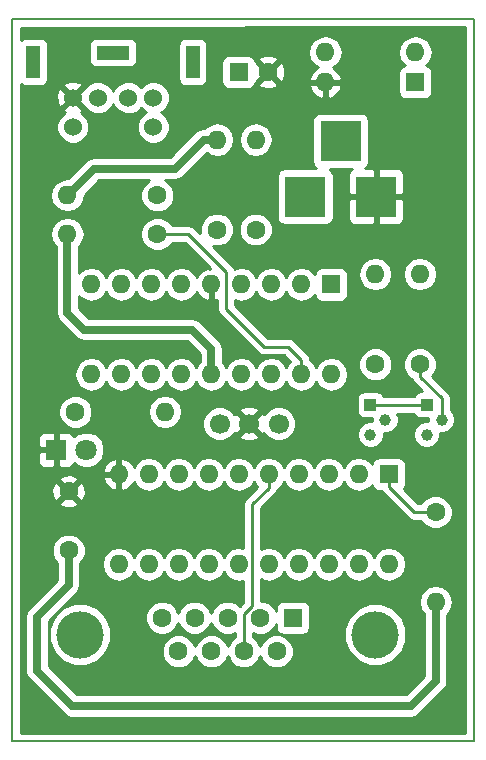
<source format=gbr>
%TF.GenerationSoftware,KiCad,Pcbnew,4.0.7*%
%TF.CreationDate,2018-07-15T04:01:03+03:00*%
%TF.ProjectId,AmstradPS2Mouse,416D73747261645053324D6F7573652E,rev?*%
%TF.FileFunction,Copper,L2,Bot,Signal*%
%FSLAX46Y46*%
G04 Gerber Fmt 4.6, Leading zero omitted, Abs format (unit mm)*
G04 Created by KiCad (PCBNEW 4.0.7) date 07/15/18 04:01:03*
%MOMM*%
%LPD*%
G01*
G04 APERTURE LIST*
%ADD10C,0.100000*%
%ADD11C,0.150000*%
%ADD12R,3.500000X3.500000*%
%ADD13C,1.600000*%
%ADD14C,1.524000*%
%ADD15R,1.200000X2.800000*%
%ADD16R,2.800000X1.200000*%
%ADD17R,1.600000X1.600000*%
%ADD18C,4.000000*%
%ADD19C,1.000000*%
%ADD20R,1.000000X1.000000*%
%ADD21O,1.600000X1.600000*%
%ADD22C,1.700000*%
%ADD23R,1.800000X1.800000*%
%ADD24C,1.800000*%
%ADD25C,0.700000*%
%ADD26C,0.250000*%
%ADD27C,0.254000*%
G04 APERTURE END LIST*
D10*
D11*
X83540000Y-103809800D02*
X83540000Y-42697400D01*
X122605800Y-103809800D02*
X83540000Y-103809800D01*
X122605800Y-42672000D02*
X122605800Y-103809800D01*
X83540000Y-42697400D02*
X122605800Y-42672000D01*
D12*
X108325400Y-57708800D03*
X114325400Y-57708800D03*
X111325400Y-53008800D03*
D13*
X88290400Y-87677000D03*
X88290400Y-82677000D03*
D14*
X90753200Y-49326800D03*
X93353200Y-49326800D03*
X88653200Y-49326800D03*
X95453200Y-49326800D03*
X88653200Y-51826800D03*
X95453200Y-51826800D03*
D15*
X98803200Y-46326800D03*
X85303200Y-46326800D03*
D16*
X92053200Y-45526800D03*
D17*
X107289200Y-93372800D03*
D13*
X104519200Y-93372800D03*
X101749200Y-93372800D03*
X98979200Y-93372800D03*
X96209200Y-93372800D03*
X105904200Y-96212800D03*
X103134200Y-96212800D03*
X100364200Y-96212800D03*
X97594200Y-96212800D03*
D18*
X89249200Y-94792800D03*
X114249200Y-94792800D03*
D19*
X115112800Y-76606400D03*
X113842800Y-77876400D03*
D20*
X113842800Y-75336400D03*
D19*
X119888000Y-76606400D03*
X118618000Y-77876400D03*
D20*
X118618000Y-75336400D03*
D13*
X100863400Y-60502800D03*
D21*
X100863400Y-52882800D03*
D13*
X95808800Y-57607200D03*
D21*
X88188800Y-57607200D03*
D13*
X95808800Y-60883800D03*
D21*
X88188800Y-60883800D03*
D13*
X104140000Y-60502800D03*
D21*
X104140000Y-52882800D03*
D13*
X88849200Y-75946000D03*
D21*
X96469200Y-75946000D03*
D13*
X114249200Y-71907400D03*
D21*
X114249200Y-64287400D03*
D13*
X118033800Y-71907400D03*
D21*
X118033800Y-64287400D03*
D13*
X119380000Y-84429600D03*
D21*
X119380000Y-92049600D03*
D17*
X117652800Y-48031400D03*
D21*
X110032800Y-45491400D03*
X117652800Y-45491400D03*
X110032800Y-48031400D03*
D17*
X110540800Y-65151000D03*
D21*
X90220800Y-72771000D03*
X108000800Y-65151000D03*
X92760800Y-72771000D03*
X105460800Y-65151000D03*
X95300800Y-72771000D03*
X102920800Y-65151000D03*
X97840800Y-72771000D03*
X100380800Y-65151000D03*
X100380800Y-72771000D03*
X97840800Y-65151000D03*
X102920800Y-72771000D03*
X95300800Y-65151000D03*
X105460800Y-72771000D03*
X92760800Y-65151000D03*
X108000800Y-72771000D03*
X90220800Y-65151000D03*
X110540800Y-72771000D03*
D17*
X115417600Y-81229200D03*
D21*
X92557600Y-88849200D03*
X112877600Y-81229200D03*
X95097600Y-88849200D03*
X110337600Y-81229200D03*
X97637600Y-88849200D03*
X107797600Y-81229200D03*
X100177600Y-88849200D03*
X105257600Y-81229200D03*
X102717600Y-88849200D03*
X102717600Y-81229200D03*
X105257600Y-88849200D03*
X100177600Y-81229200D03*
X107797600Y-88849200D03*
X97637600Y-81229200D03*
X110337600Y-88849200D03*
X95097600Y-81229200D03*
X112877600Y-88849200D03*
X92557600Y-81229200D03*
X115417600Y-88849200D03*
D22*
X106070400Y-76936600D03*
X103570400Y-76936600D03*
X101070400Y-76936600D03*
D23*
X87249000Y-79146400D03*
D24*
X89789000Y-79146400D03*
D17*
X102681400Y-47167800D03*
D13*
X105181400Y-47167800D03*
D25*
X88290400Y-87677000D02*
X88290400Y-90601800D01*
X88290400Y-90601800D02*
X85623400Y-93268800D01*
X85623400Y-93268800D02*
X85623400Y-97891600D01*
X85623400Y-97891600D02*
X88569800Y-100838000D01*
X88569800Y-100838000D02*
X117246400Y-100838000D01*
X117246400Y-100838000D02*
X119380000Y-98704400D01*
X119380000Y-98704400D02*
X119380000Y-92049600D01*
X100863400Y-52882800D02*
X99732030Y-52882800D01*
X99732030Y-52882800D02*
X97268230Y-55346600D01*
X88988799Y-56807201D02*
X88188800Y-57607200D01*
X97268230Y-55346600D02*
X90449400Y-55346600D01*
X90449400Y-55346600D02*
X88988799Y-56807201D01*
X98729800Y-68986400D02*
X100380800Y-70637400D01*
X100380800Y-70637400D02*
X100380800Y-72771000D01*
X89636600Y-68986400D02*
X98729800Y-68986400D01*
X88188800Y-67538600D02*
X89636600Y-68986400D01*
X88188800Y-60883800D02*
X88188800Y-67538600D01*
D26*
X95808800Y-60883800D02*
X98425000Y-60883800D01*
X108000800Y-71577200D02*
X108000800Y-72771000D01*
X106832400Y-70408800D02*
X108000800Y-71577200D01*
X104851200Y-70408800D02*
X106832400Y-70408800D01*
X101650800Y-67208400D02*
X104851200Y-70408800D01*
X101650800Y-64109600D02*
X101650800Y-67208400D01*
X98425000Y-60883800D02*
X101650800Y-64109600D01*
X105257600Y-81229200D02*
X105257600Y-82360570D01*
X105257600Y-82360570D02*
X103842601Y-83775569D01*
X103842601Y-83775569D02*
X103842601Y-92384397D01*
X103842601Y-92384397D02*
X103134200Y-93092798D01*
X103134200Y-93092798D02*
X103134200Y-95081430D01*
X103134200Y-95081430D02*
X103134200Y-96212800D01*
X115417600Y-81229200D02*
X115417600Y-82279200D01*
X115417600Y-82279200D02*
X117568000Y-84429600D01*
X117568000Y-84429600D02*
X118248630Y-84429600D01*
X118248630Y-84429600D02*
X119380000Y-84429600D01*
X113842800Y-75336400D02*
X118618000Y-75336400D01*
X118033800Y-71907400D02*
X118033800Y-72948800D01*
X119888000Y-74803000D02*
X119888000Y-76606400D01*
X118033800Y-72948800D02*
X119888000Y-74803000D01*
D27*
G36*
X121895800Y-103099800D02*
X84250000Y-103099800D01*
X84250000Y-93268800D01*
X84638400Y-93268800D01*
X84638400Y-97891600D01*
X84713379Y-98268543D01*
X84926900Y-98588100D01*
X87873300Y-101534500D01*
X88192857Y-101748021D01*
X88569800Y-101823000D01*
X117246400Y-101823000D01*
X117623343Y-101748021D01*
X117942900Y-101534500D01*
X120076500Y-99400900D01*
X120290021Y-99081343D01*
X120365000Y-98704400D01*
X120365000Y-93112255D01*
X120394698Y-93092411D01*
X120705767Y-92626864D01*
X120815000Y-92077713D01*
X120815000Y-92021487D01*
X120705767Y-91472336D01*
X120394698Y-91006789D01*
X119929151Y-90695720D01*
X119380000Y-90586487D01*
X118830849Y-90695720D01*
X118365302Y-91006789D01*
X118054233Y-91472336D01*
X117945000Y-92021487D01*
X117945000Y-92077713D01*
X118054233Y-92626864D01*
X118365302Y-93092411D01*
X118395000Y-93112255D01*
X118395000Y-98296400D01*
X116838400Y-99853000D01*
X88977800Y-99853000D01*
X86608400Y-97483600D01*
X86608400Y-95314634D01*
X86613743Y-95314634D01*
X87014053Y-96283458D01*
X87754643Y-97025342D01*
X88722767Y-97427342D01*
X89771034Y-97428257D01*
X90739858Y-97027947D01*
X91481742Y-96287357D01*
X91883742Y-95319233D01*
X91884657Y-94270966D01*
X91484347Y-93302142D01*
X90743757Y-92560258D01*
X89775633Y-92158258D01*
X88727366Y-92157343D01*
X87758542Y-92557653D01*
X87016658Y-93298243D01*
X86614658Y-94266367D01*
X86613743Y-95314634D01*
X86608400Y-95314634D01*
X86608400Y-93676800D01*
X88986900Y-91298300D01*
X89200421Y-90978743D01*
X89275400Y-90601800D01*
X89275400Y-88821087D01*
X91122600Y-88821087D01*
X91122600Y-88877313D01*
X91231833Y-89426464D01*
X91542902Y-89892011D01*
X92008449Y-90203080D01*
X92557600Y-90312313D01*
X93106751Y-90203080D01*
X93572298Y-89892011D01*
X93827600Y-89509925D01*
X94082902Y-89892011D01*
X94548449Y-90203080D01*
X95097600Y-90312313D01*
X95646751Y-90203080D01*
X96112298Y-89892011D01*
X96367600Y-89509925D01*
X96622902Y-89892011D01*
X97088449Y-90203080D01*
X97637600Y-90312313D01*
X98186751Y-90203080D01*
X98652298Y-89892011D01*
X98907600Y-89509925D01*
X99162902Y-89892011D01*
X99628449Y-90203080D01*
X100177600Y-90312313D01*
X100726751Y-90203080D01*
X101192298Y-89892011D01*
X101447600Y-89509925D01*
X101702902Y-89892011D01*
X102168449Y-90203080D01*
X102717600Y-90312313D01*
X103082601Y-90239710D01*
X103082601Y-92069595D01*
X102778983Y-92373213D01*
X102563123Y-92156976D01*
X102035891Y-91938050D01*
X101465013Y-91937552D01*
X100937400Y-92155557D01*
X100533376Y-92558877D01*
X100364054Y-92966650D01*
X100196443Y-92561000D01*
X99793123Y-92156976D01*
X99265891Y-91938050D01*
X98695013Y-91937552D01*
X98167400Y-92155557D01*
X97763376Y-92558877D01*
X97594054Y-92966650D01*
X97426443Y-92561000D01*
X97023123Y-92156976D01*
X96495891Y-91938050D01*
X95925013Y-91937552D01*
X95397400Y-92155557D01*
X94993376Y-92558877D01*
X94774450Y-93086109D01*
X94773952Y-93656987D01*
X94991957Y-94184600D01*
X95395277Y-94588624D01*
X95922509Y-94807550D01*
X96493387Y-94808048D01*
X97021000Y-94590043D01*
X97425024Y-94186723D01*
X97594346Y-93778950D01*
X97761957Y-94184600D01*
X98165277Y-94588624D01*
X98692509Y-94807550D01*
X99263387Y-94808048D01*
X99791000Y-94590043D01*
X100195024Y-94186723D01*
X100364346Y-93778950D01*
X100531957Y-94184600D01*
X100935277Y-94588624D01*
X101462509Y-94807550D01*
X102033387Y-94808048D01*
X102374200Y-94667227D01*
X102374200Y-94974154D01*
X102322400Y-94995557D01*
X101918376Y-95398877D01*
X101749054Y-95806650D01*
X101581443Y-95401000D01*
X101178123Y-94996976D01*
X100650891Y-94778050D01*
X100080013Y-94777552D01*
X99552400Y-94995557D01*
X99148376Y-95398877D01*
X98979054Y-95806650D01*
X98811443Y-95401000D01*
X98408123Y-94996976D01*
X97880891Y-94778050D01*
X97310013Y-94777552D01*
X96782400Y-94995557D01*
X96378376Y-95398877D01*
X96159450Y-95926109D01*
X96158952Y-96496987D01*
X96376957Y-97024600D01*
X96780277Y-97428624D01*
X97307509Y-97647550D01*
X97878387Y-97648048D01*
X98406000Y-97430043D01*
X98810024Y-97026723D01*
X98979346Y-96618950D01*
X99146957Y-97024600D01*
X99550277Y-97428624D01*
X100077509Y-97647550D01*
X100648387Y-97648048D01*
X101176000Y-97430043D01*
X101580024Y-97026723D01*
X101749346Y-96618950D01*
X101916957Y-97024600D01*
X102320277Y-97428624D01*
X102847509Y-97647550D01*
X103418387Y-97648048D01*
X103946000Y-97430043D01*
X104350024Y-97026723D01*
X104519346Y-96618950D01*
X104686957Y-97024600D01*
X105090277Y-97428624D01*
X105617509Y-97647550D01*
X106188387Y-97648048D01*
X106716000Y-97430043D01*
X107120024Y-97026723D01*
X107338950Y-96499491D01*
X107339448Y-95928613D01*
X107121443Y-95401000D01*
X107035228Y-95314634D01*
X111613743Y-95314634D01*
X112014053Y-96283458D01*
X112754643Y-97025342D01*
X113722767Y-97427342D01*
X114771034Y-97428257D01*
X115739858Y-97027947D01*
X116481742Y-96287357D01*
X116883742Y-95319233D01*
X116884657Y-94270966D01*
X116484347Y-93302142D01*
X115743757Y-92560258D01*
X114775633Y-92158258D01*
X113727366Y-92157343D01*
X112758542Y-92557653D01*
X112016658Y-93298243D01*
X111614658Y-94266367D01*
X111613743Y-95314634D01*
X107035228Y-95314634D01*
X106718123Y-94996976D01*
X106190891Y-94778050D01*
X105620013Y-94777552D01*
X105092400Y-94995557D01*
X104688376Y-95398877D01*
X104519054Y-95806650D01*
X104351443Y-95401000D01*
X103948123Y-94996976D01*
X103894200Y-94974585D01*
X103894200Y-94667072D01*
X104232509Y-94807550D01*
X104803387Y-94808048D01*
X105331000Y-94590043D01*
X105735024Y-94186723D01*
X105841760Y-93929674D01*
X105841760Y-94172800D01*
X105886038Y-94408117D01*
X106025110Y-94624241D01*
X106237310Y-94769231D01*
X106489200Y-94820240D01*
X108089200Y-94820240D01*
X108324517Y-94775962D01*
X108540641Y-94636890D01*
X108685631Y-94424690D01*
X108736640Y-94172800D01*
X108736640Y-92572800D01*
X108692362Y-92337483D01*
X108553290Y-92121359D01*
X108341090Y-91976369D01*
X108089200Y-91925360D01*
X106489200Y-91925360D01*
X106253883Y-91969638D01*
X106037759Y-92108710D01*
X105892769Y-92320910D01*
X105841760Y-92572800D01*
X105841760Y-92815887D01*
X105736443Y-92561000D01*
X105333123Y-92156976D01*
X104805891Y-91938050D01*
X104602601Y-91937873D01*
X104602601Y-90132355D01*
X104708449Y-90203080D01*
X105257600Y-90312313D01*
X105806751Y-90203080D01*
X106272298Y-89892011D01*
X106527600Y-89509925D01*
X106782902Y-89892011D01*
X107248449Y-90203080D01*
X107797600Y-90312313D01*
X108346751Y-90203080D01*
X108812298Y-89892011D01*
X109067600Y-89509925D01*
X109322902Y-89892011D01*
X109788449Y-90203080D01*
X110337600Y-90312313D01*
X110886751Y-90203080D01*
X111352298Y-89892011D01*
X111607600Y-89509925D01*
X111862902Y-89892011D01*
X112328449Y-90203080D01*
X112877600Y-90312313D01*
X113426751Y-90203080D01*
X113892298Y-89892011D01*
X114147600Y-89509925D01*
X114402902Y-89892011D01*
X114868449Y-90203080D01*
X115417600Y-90312313D01*
X115966751Y-90203080D01*
X116432298Y-89892011D01*
X116743367Y-89426464D01*
X116852600Y-88877313D01*
X116852600Y-88821087D01*
X116743367Y-88271936D01*
X116432298Y-87806389D01*
X115966751Y-87495320D01*
X115417600Y-87386087D01*
X114868449Y-87495320D01*
X114402902Y-87806389D01*
X114147600Y-88188475D01*
X113892298Y-87806389D01*
X113426751Y-87495320D01*
X112877600Y-87386087D01*
X112328449Y-87495320D01*
X111862902Y-87806389D01*
X111607600Y-88188475D01*
X111352298Y-87806389D01*
X110886751Y-87495320D01*
X110337600Y-87386087D01*
X109788449Y-87495320D01*
X109322902Y-87806389D01*
X109067600Y-88188475D01*
X108812298Y-87806389D01*
X108346751Y-87495320D01*
X107797600Y-87386087D01*
X107248449Y-87495320D01*
X106782902Y-87806389D01*
X106527600Y-88188475D01*
X106272298Y-87806389D01*
X105806751Y-87495320D01*
X105257600Y-87386087D01*
X104708449Y-87495320D01*
X104602601Y-87566045D01*
X104602601Y-84090371D01*
X105795001Y-82897971D01*
X105959748Y-82651409D01*
X105998875Y-82454707D01*
X106272298Y-82272011D01*
X106527600Y-81889925D01*
X106782902Y-82272011D01*
X107248449Y-82583080D01*
X107797600Y-82692313D01*
X108346751Y-82583080D01*
X108812298Y-82272011D01*
X109067600Y-81889925D01*
X109322902Y-82272011D01*
X109788449Y-82583080D01*
X110337600Y-82692313D01*
X110886751Y-82583080D01*
X111352298Y-82272011D01*
X111607600Y-81889925D01*
X111862902Y-82272011D01*
X112328449Y-82583080D01*
X112877600Y-82692313D01*
X113426751Y-82583080D01*
X113892298Y-82272011D01*
X113988701Y-82127735D01*
X114014438Y-82264517D01*
X114153510Y-82480641D01*
X114365710Y-82625631D01*
X114617600Y-82676640D01*
X114786680Y-82676640D01*
X114880199Y-82816601D01*
X117030599Y-84967001D01*
X117277161Y-85131748D01*
X117568000Y-85189600D01*
X118141354Y-85189600D01*
X118162757Y-85241400D01*
X118566077Y-85645424D01*
X119093309Y-85864350D01*
X119664187Y-85864848D01*
X120191800Y-85646843D01*
X120595824Y-85243523D01*
X120814750Y-84716291D01*
X120815248Y-84145413D01*
X120597243Y-83617800D01*
X120193923Y-83213776D01*
X119666691Y-82994850D01*
X119095813Y-82994352D01*
X118568200Y-83212357D01*
X118164176Y-83615677D01*
X118141785Y-83669600D01*
X117882802Y-83669600D01*
X116684243Y-82471041D01*
X116814031Y-82281090D01*
X116865040Y-82029200D01*
X116865040Y-80429200D01*
X116820762Y-80193883D01*
X116681690Y-79977759D01*
X116469490Y-79832769D01*
X116217600Y-79781760D01*
X114617600Y-79781760D01*
X114382283Y-79826038D01*
X114166159Y-79965110D01*
X114021169Y-80177310D01*
X113989785Y-80332289D01*
X113892298Y-80186389D01*
X113426751Y-79875320D01*
X112877600Y-79766087D01*
X112328449Y-79875320D01*
X111862902Y-80186389D01*
X111607600Y-80568475D01*
X111352298Y-80186389D01*
X110886751Y-79875320D01*
X110337600Y-79766087D01*
X109788449Y-79875320D01*
X109322902Y-80186389D01*
X109067600Y-80568475D01*
X108812298Y-80186389D01*
X108346751Y-79875320D01*
X107797600Y-79766087D01*
X107248449Y-79875320D01*
X106782902Y-80186389D01*
X106527600Y-80568475D01*
X106272298Y-80186389D01*
X105806751Y-79875320D01*
X105257600Y-79766087D01*
X104708449Y-79875320D01*
X104242902Y-80186389D01*
X103987600Y-80568475D01*
X103732298Y-80186389D01*
X103266751Y-79875320D01*
X102717600Y-79766087D01*
X102168449Y-79875320D01*
X101702902Y-80186389D01*
X101447600Y-80568475D01*
X101192298Y-80186389D01*
X100726751Y-79875320D01*
X100177600Y-79766087D01*
X99628449Y-79875320D01*
X99162902Y-80186389D01*
X98907600Y-80568475D01*
X98652298Y-80186389D01*
X98186751Y-79875320D01*
X97637600Y-79766087D01*
X97088449Y-79875320D01*
X96622902Y-80186389D01*
X96367600Y-80568475D01*
X96112298Y-80186389D01*
X95646751Y-79875320D01*
X95097600Y-79766087D01*
X94548449Y-79875320D01*
X94082902Y-80186389D01*
X93812614Y-80590903D01*
X93709989Y-80374066D01*
X93295023Y-79998159D01*
X92906639Y-79837296D01*
X92684600Y-79959285D01*
X92684600Y-81102200D01*
X92704600Y-81102200D01*
X92704600Y-81356200D01*
X92684600Y-81356200D01*
X92684600Y-82499115D01*
X92906639Y-82621104D01*
X93295023Y-82460241D01*
X93709989Y-82084334D01*
X93812614Y-81867497D01*
X94082902Y-82272011D01*
X94548449Y-82583080D01*
X95097600Y-82692313D01*
X95646751Y-82583080D01*
X96112298Y-82272011D01*
X96367600Y-81889925D01*
X96622902Y-82272011D01*
X97088449Y-82583080D01*
X97637600Y-82692313D01*
X98186751Y-82583080D01*
X98652298Y-82272011D01*
X98907600Y-81889925D01*
X99162902Y-82272011D01*
X99628449Y-82583080D01*
X100177600Y-82692313D01*
X100726751Y-82583080D01*
X101192298Y-82272011D01*
X101447600Y-81889925D01*
X101702902Y-82272011D01*
X102168449Y-82583080D01*
X102717600Y-82692313D01*
X103266751Y-82583080D01*
X103732298Y-82272011D01*
X103987600Y-81889925D01*
X104242902Y-82272011D01*
X104259960Y-82283408D01*
X103305200Y-83238168D01*
X103140453Y-83484730D01*
X103082601Y-83775569D01*
X103082601Y-87458690D01*
X102717600Y-87386087D01*
X102168449Y-87495320D01*
X101702902Y-87806389D01*
X101447600Y-88188475D01*
X101192298Y-87806389D01*
X100726751Y-87495320D01*
X100177600Y-87386087D01*
X99628449Y-87495320D01*
X99162902Y-87806389D01*
X98907600Y-88188475D01*
X98652298Y-87806389D01*
X98186751Y-87495320D01*
X97637600Y-87386087D01*
X97088449Y-87495320D01*
X96622902Y-87806389D01*
X96367600Y-88188475D01*
X96112298Y-87806389D01*
X95646751Y-87495320D01*
X95097600Y-87386087D01*
X94548449Y-87495320D01*
X94082902Y-87806389D01*
X93827600Y-88188475D01*
X93572298Y-87806389D01*
X93106751Y-87495320D01*
X92557600Y-87386087D01*
X92008449Y-87495320D01*
X91542902Y-87806389D01*
X91231833Y-88271936D01*
X91122600Y-88821087D01*
X89275400Y-88821087D01*
X89275400Y-88721345D01*
X89506224Y-88490923D01*
X89725150Y-87963691D01*
X89725648Y-87392813D01*
X89507643Y-86865200D01*
X89104323Y-86461176D01*
X88577091Y-86242250D01*
X88006213Y-86241752D01*
X87478600Y-86459757D01*
X87074576Y-86863077D01*
X86855650Y-87390309D01*
X86855152Y-87961187D01*
X87073157Y-88488800D01*
X87305400Y-88721448D01*
X87305400Y-90193800D01*
X84926900Y-92572300D01*
X84713379Y-92891857D01*
X84638400Y-93268800D01*
X84250000Y-93268800D01*
X84250000Y-83684745D01*
X87462261Y-83684745D01*
X87536395Y-83930864D01*
X88073623Y-84123965D01*
X88643854Y-84096778D01*
X89044405Y-83930864D01*
X89118539Y-83684745D01*
X88290400Y-82856605D01*
X87462261Y-83684745D01*
X84250000Y-83684745D01*
X84250000Y-82460223D01*
X86843435Y-82460223D01*
X86870622Y-83030454D01*
X87036536Y-83431005D01*
X87282655Y-83505139D01*
X88110795Y-82677000D01*
X88470005Y-82677000D01*
X89298145Y-83505139D01*
X89544264Y-83431005D01*
X89737365Y-82893777D01*
X89710178Y-82323546D01*
X89544264Y-81922995D01*
X89298145Y-81848861D01*
X88470005Y-82677000D01*
X88110795Y-82677000D01*
X87282655Y-81848861D01*
X87036536Y-81922995D01*
X86843435Y-82460223D01*
X84250000Y-82460223D01*
X84250000Y-81669255D01*
X87462261Y-81669255D01*
X88290400Y-82497395D01*
X89118539Y-81669255D01*
X89091125Y-81578241D01*
X91165686Y-81578241D01*
X91405211Y-82084334D01*
X91820177Y-82460241D01*
X92208561Y-82621104D01*
X92430600Y-82499115D01*
X92430600Y-81356200D01*
X91286971Y-81356200D01*
X91165686Y-81578241D01*
X89091125Y-81578241D01*
X89044405Y-81423136D01*
X88507177Y-81230035D01*
X87936946Y-81257222D01*
X87536395Y-81423136D01*
X87462261Y-81669255D01*
X84250000Y-81669255D01*
X84250000Y-80880159D01*
X91165686Y-80880159D01*
X91286971Y-81102200D01*
X92430600Y-81102200D01*
X92430600Y-79959285D01*
X92208561Y-79837296D01*
X91820177Y-79998159D01*
X91405211Y-80374066D01*
X91165686Y-80880159D01*
X84250000Y-80880159D01*
X84250000Y-79432150D01*
X85714000Y-79432150D01*
X85714000Y-80172710D01*
X85810673Y-80406099D01*
X85989302Y-80584727D01*
X86222691Y-80681400D01*
X86963250Y-80681400D01*
X87122000Y-80522650D01*
X87122000Y-79273400D01*
X85872750Y-79273400D01*
X85714000Y-79432150D01*
X84250000Y-79432150D01*
X84250000Y-78120090D01*
X85714000Y-78120090D01*
X85714000Y-78860650D01*
X85872750Y-79019400D01*
X87122000Y-79019400D01*
X87122000Y-77770150D01*
X87376000Y-77770150D01*
X87376000Y-79019400D01*
X87396000Y-79019400D01*
X87396000Y-79273400D01*
X87376000Y-79273400D01*
X87376000Y-80522650D01*
X87534750Y-80681400D01*
X88275309Y-80681400D01*
X88508698Y-80584727D01*
X88687327Y-80406099D01*
X88743119Y-80271406D01*
X88918357Y-80446951D01*
X89482330Y-80681133D01*
X90092991Y-80681665D01*
X90657371Y-80448468D01*
X91089551Y-80017043D01*
X91323733Y-79453070D01*
X91324265Y-78842409D01*
X91091068Y-78278029D01*
X90659643Y-77845849D01*
X90095670Y-77611667D01*
X89485009Y-77611135D01*
X88920629Y-77844332D01*
X88743159Y-78021492D01*
X88687327Y-77886701D01*
X88508698Y-77708073D01*
X88275309Y-77611400D01*
X87534750Y-77611400D01*
X87376000Y-77770150D01*
X87122000Y-77770150D01*
X86963250Y-77611400D01*
X86222691Y-77611400D01*
X85989302Y-77708073D01*
X85810673Y-77886701D01*
X85714000Y-78120090D01*
X84250000Y-78120090D01*
X84250000Y-76230187D01*
X87413952Y-76230187D01*
X87631957Y-76757800D01*
X88035277Y-77161824D01*
X88562509Y-77380750D01*
X89133387Y-77381248D01*
X89661000Y-77163243D01*
X90065024Y-76759923D01*
X90283950Y-76232691D01*
X90284200Y-75946000D01*
X95006087Y-75946000D01*
X95115320Y-76495151D01*
X95426389Y-76960698D01*
X95891936Y-77271767D01*
X96441087Y-77381000D01*
X96497313Y-77381000D01*
X97046464Y-77271767D01*
X97107941Y-77230689D01*
X99585143Y-77230689D01*
X99810744Y-77776686D01*
X100228117Y-78194788D01*
X100773719Y-78421342D01*
X101364489Y-78421857D01*
X101910486Y-78196256D01*
X102126560Y-77980558D01*
X102706047Y-77980558D01*
X102786320Y-78231859D01*
X103341679Y-78433318D01*
X103931858Y-78406915D01*
X104354480Y-78231859D01*
X104434753Y-77980558D01*
X103570400Y-77116205D01*
X102706047Y-77980558D01*
X102126560Y-77980558D01*
X102328588Y-77778883D01*
X102343667Y-77742569D01*
X102526442Y-77800953D01*
X103390795Y-76936600D01*
X103750005Y-76936600D01*
X104614358Y-77800953D01*
X104796704Y-77742706D01*
X104810744Y-77776686D01*
X105228117Y-78194788D01*
X105773719Y-78421342D01*
X106364489Y-78421857D01*
X106910486Y-78196256D01*
X107328588Y-77778883D01*
X107555142Y-77233281D01*
X107555657Y-76642511D01*
X107330056Y-76096514D01*
X106912683Y-75678412D01*
X106367081Y-75451858D01*
X105776311Y-75451343D01*
X105230314Y-75676944D01*
X104812212Y-76094317D01*
X104797133Y-76130631D01*
X104614358Y-76072247D01*
X103750005Y-76936600D01*
X103390795Y-76936600D01*
X102526442Y-76072247D01*
X102344096Y-76130494D01*
X102330056Y-76096514D01*
X102126540Y-75892642D01*
X102706047Y-75892642D01*
X103570400Y-76756995D01*
X104434753Y-75892642D01*
X104354480Y-75641341D01*
X103799121Y-75439882D01*
X103208942Y-75466285D01*
X102786320Y-75641341D01*
X102706047Y-75892642D01*
X102126540Y-75892642D01*
X101912683Y-75678412D01*
X101367081Y-75451858D01*
X100776311Y-75451343D01*
X100230314Y-75676944D01*
X99812212Y-76094317D01*
X99585658Y-76639919D01*
X99585143Y-77230689D01*
X97107941Y-77230689D01*
X97512011Y-76960698D01*
X97823080Y-76495151D01*
X97932313Y-75946000D01*
X97823080Y-75396849D01*
X97512011Y-74931302D01*
X97369981Y-74836400D01*
X112695360Y-74836400D01*
X112695360Y-75836400D01*
X112739638Y-76071717D01*
X112878710Y-76287841D01*
X113090910Y-76432831D01*
X113342800Y-76483840D01*
X113977906Y-76483840D01*
X113977681Y-76741517D01*
X113618025Y-76741203D01*
X113200714Y-76913633D01*
X112881155Y-77232635D01*
X112707997Y-77649644D01*
X112707603Y-78101175D01*
X112880033Y-78518486D01*
X113199035Y-78838045D01*
X113616044Y-79011203D01*
X114067575Y-79011597D01*
X114484886Y-78839167D01*
X114804445Y-78520165D01*
X114977603Y-78103156D01*
X114977919Y-77741283D01*
X115337575Y-77741597D01*
X115754886Y-77569167D01*
X116074445Y-77250165D01*
X116247603Y-76833156D01*
X116247997Y-76381625D01*
X116130144Y-76096400D01*
X117530721Y-76096400D01*
X117653910Y-76287841D01*
X117866110Y-76432831D01*
X118118000Y-76483840D01*
X118753106Y-76483840D01*
X118752881Y-76741517D01*
X118393225Y-76741203D01*
X117975914Y-76913633D01*
X117656355Y-77232635D01*
X117483197Y-77649644D01*
X117482803Y-78101175D01*
X117655233Y-78518486D01*
X117974235Y-78838045D01*
X118391244Y-79011203D01*
X118842775Y-79011597D01*
X119260086Y-78839167D01*
X119579645Y-78520165D01*
X119752803Y-78103156D01*
X119753119Y-77741283D01*
X120112775Y-77741597D01*
X120530086Y-77569167D01*
X120849645Y-77250165D01*
X121022803Y-76833156D01*
X121023197Y-76381625D01*
X120850767Y-75964314D01*
X120648000Y-75761193D01*
X120648000Y-74803000D01*
X120590148Y-74512161D01*
X120425401Y-74265599D01*
X119065214Y-72905412D01*
X119249624Y-72721323D01*
X119468550Y-72194091D01*
X119469048Y-71623213D01*
X119251043Y-71095600D01*
X118847723Y-70691576D01*
X118320491Y-70472650D01*
X117749613Y-70472152D01*
X117222000Y-70690157D01*
X116817976Y-71093477D01*
X116599050Y-71620709D01*
X116598552Y-72191587D01*
X116816557Y-72719200D01*
X117219877Y-73123224D01*
X117316474Y-73163335D01*
X117331652Y-73239639D01*
X117496399Y-73486201D01*
X118199158Y-74188960D01*
X118118000Y-74188960D01*
X117882683Y-74233238D01*
X117666559Y-74372310D01*
X117527110Y-74576400D01*
X114930079Y-74576400D01*
X114806890Y-74384959D01*
X114594690Y-74239969D01*
X114342800Y-74188960D01*
X113342800Y-74188960D01*
X113107483Y-74233238D01*
X112891359Y-74372310D01*
X112746369Y-74584510D01*
X112695360Y-74836400D01*
X97369981Y-74836400D01*
X97046464Y-74620233D01*
X96497313Y-74511000D01*
X96441087Y-74511000D01*
X95891936Y-74620233D01*
X95426389Y-74931302D01*
X95115320Y-75396849D01*
X95006087Y-75946000D01*
X90284200Y-75946000D01*
X90284448Y-75661813D01*
X90066443Y-75134200D01*
X89663123Y-74730176D01*
X89135891Y-74511250D01*
X88565013Y-74510752D01*
X88037400Y-74728757D01*
X87633376Y-75132077D01*
X87414450Y-75659309D01*
X87413952Y-76230187D01*
X84250000Y-76230187D01*
X84250000Y-60883800D01*
X86725687Y-60883800D01*
X86834920Y-61432951D01*
X87145989Y-61898498D01*
X87203800Y-61937126D01*
X87203800Y-67538600D01*
X87278779Y-67915543D01*
X87492300Y-68235100D01*
X88940100Y-69682900D01*
X89259657Y-69896421D01*
X89636600Y-69971400D01*
X98321800Y-69971400D01*
X99395800Y-71045400D01*
X99395800Y-71708345D01*
X99366102Y-71728189D01*
X99110800Y-72110275D01*
X98855498Y-71728189D01*
X98389951Y-71417120D01*
X97840800Y-71307887D01*
X97291649Y-71417120D01*
X96826102Y-71728189D01*
X96570800Y-72110275D01*
X96315498Y-71728189D01*
X95849951Y-71417120D01*
X95300800Y-71307887D01*
X94751649Y-71417120D01*
X94286102Y-71728189D01*
X94030800Y-72110275D01*
X93775498Y-71728189D01*
X93309951Y-71417120D01*
X92760800Y-71307887D01*
X92211649Y-71417120D01*
X91746102Y-71728189D01*
X91490800Y-72110275D01*
X91235498Y-71728189D01*
X90769951Y-71417120D01*
X90220800Y-71307887D01*
X89671649Y-71417120D01*
X89206102Y-71728189D01*
X88895033Y-72193736D01*
X88785800Y-72742887D01*
X88785800Y-72799113D01*
X88895033Y-73348264D01*
X89206102Y-73813811D01*
X89671649Y-74124880D01*
X90220800Y-74234113D01*
X90769951Y-74124880D01*
X91235498Y-73813811D01*
X91490800Y-73431725D01*
X91746102Y-73813811D01*
X92211649Y-74124880D01*
X92760800Y-74234113D01*
X93309951Y-74124880D01*
X93775498Y-73813811D01*
X94030800Y-73431725D01*
X94286102Y-73813811D01*
X94751649Y-74124880D01*
X95300800Y-74234113D01*
X95849951Y-74124880D01*
X96315498Y-73813811D01*
X96570800Y-73431725D01*
X96826102Y-73813811D01*
X97291649Y-74124880D01*
X97840800Y-74234113D01*
X98389951Y-74124880D01*
X98855498Y-73813811D01*
X99110800Y-73431725D01*
X99366102Y-73813811D01*
X99831649Y-74124880D01*
X100380800Y-74234113D01*
X100929951Y-74124880D01*
X101395498Y-73813811D01*
X101650800Y-73431725D01*
X101906102Y-73813811D01*
X102371649Y-74124880D01*
X102920800Y-74234113D01*
X103469951Y-74124880D01*
X103935498Y-73813811D01*
X104190800Y-73431725D01*
X104446102Y-73813811D01*
X104911649Y-74124880D01*
X105460800Y-74234113D01*
X106009951Y-74124880D01*
X106475498Y-73813811D01*
X106730800Y-73431725D01*
X106986102Y-73813811D01*
X107451649Y-74124880D01*
X108000800Y-74234113D01*
X108549951Y-74124880D01*
X109015498Y-73813811D01*
X109270800Y-73431725D01*
X109526102Y-73813811D01*
X109991649Y-74124880D01*
X110540800Y-74234113D01*
X111089951Y-74124880D01*
X111555498Y-73813811D01*
X111866567Y-73348264D01*
X111975800Y-72799113D01*
X111975800Y-72742887D01*
X111866567Y-72193736D01*
X111865132Y-72191587D01*
X112813952Y-72191587D01*
X113031957Y-72719200D01*
X113435277Y-73123224D01*
X113962509Y-73342150D01*
X114533387Y-73342648D01*
X115061000Y-73124643D01*
X115465024Y-72721323D01*
X115683950Y-72194091D01*
X115684448Y-71623213D01*
X115466443Y-71095600D01*
X115063123Y-70691576D01*
X114535891Y-70472650D01*
X113965013Y-70472152D01*
X113437400Y-70690157D01*
X113033376Y-71093477D01*
X112814450Y-71620709D01*
X112813952Y-72191587D01*
X111865132Y-72191587D01*
X111555498Y-71728189D01*
X111089951Y-71417120D01*
X110540800Y-71307887D01*
X109991649Y-71417120D01*
X109526102Y-71728189D01*
X109270800Y-72110275D01*
X109015498Y-71728189D01*
X108756397Y-71555063D01*
X108702948Y-71286361D01*
X108538201Y-71039799D01*
X107369801Y-69871399D01*
X107123239Y-69706652D01*
X106832400Y-69648800D01*
X105166002Y-69648800D01*
X102410800Y-66893598D01*
X102410800Y-66512668D01*
X102920800Y-66614113D01*
X103469951Y-66504880D01*
X103935498Y-66193811D01*
X104190800Y-65811725D01*
X104446102Y-66193811D01*
X104911649Y-66504880D01*
X105460800Y-66614113D01*
X106009951Y-66504880D01*
X106475498Y-66193811D01*
X106730800Y-65811725D01*
X106986102Y-66193811D01*
X107451649Y-66504880D01*
X108000800Y-66614113D01*
X108549951Y-66504880D01*
X109015498Y-66193811D01*
X109111901Y-66049535D01*
X109137638Y-66186317D01*
X109276710Y-66402441D01*
X109488910Y-66547431D01*
X109740800Y-66598440D01*
X111340800Y-66598440D01*
X111576117Y-66554162D01*
X111792241Y-66415090D01*
X111937231Y-66202890D01*
X111988240Y-65951000D01*
X111988240Y-64351000D01*
X111970983Y-64259287D01*
X112814200Y-64259287D01*
X112814200Y-64315513D01*
X112923433Y-64864664D01*
X113234502Y-65330211D01*
X113700049Y-65641280D01*
X114249200Y-65750513D01*
X114798351Y-65641280D01*
X115263898Y-65330211D01*
X115574967Y-64864664D01*
X115684200Y-64315513D01*
X115684200Y-64259287D01*
X116598800Y-64259287D01*
X116598800Y-64315513D01*
X116708033Y-64864664D01*
X117019102Y-65330211D01*
X117484649Y-65641280D01*
X118033800Y-65750513D01*
X118582951Y-65641280D01*
X119048498Y-65330211D01*
X119359567Y-64864664D01*
X119468800Y-64315513D01*
X119468800Y-64259287D01*
X119359567Y-63710136D01*
X119048498Y-63244589D01*
X118582951Y-62933520D01*
X118033800Y-62824287D01*
X117484649Y-62933520D01*
X117019102Y-63244589D01*
X116708033Y-63710136D01*
X116598800Y-64259287D01*
X115684200Y-64259287D01*
X115574967Y-63710136D01*
X115263898Y-63244589D01*
X114798351Y-62933520D01*
X114249200Y-62824287D01*
X113700049Y-62933520D01*
X113234502Y-63244589D01*
X112923433Y-63710136D01*
X112814200Y-64259287D01*
X111970983Y-64259287D01*
X111943962Y-64115683D01*
X111804890Y-63899559D01*
X111592690Y-63754569D01*
X111340800Y-63703560D01*
X109740800Y-63703560D01*
X109505483Y-63747838D01*
X109289359Y-63886910D01*
X109144369Y-64099110D01*
X109112985Y-64254089D01*
X109015498Y-64108189D01*
X108549951Y-63797120D01*
X108000800Y-63687887D01*
X107451649Y-63797120D01*
X106986102Y-64108189D01*
X106730800Y-64490275D01*
X106475498Y-64108189D01*
X106009951Y-63797120D01*
X105460800Y-63687887D01*
X104911649Y-63797120D01*
X104446102Y-64108189D01*
X104190800Y-64490275D01*
X103935498Y-64108189D01*
X103469951Y-63797120D01*
X102920800Y-63687887D01*
X102371649Y-63797120D01*
X102348723Y-63812438D01*
X102188201Y-63572199D01*
X100537108Y-61921106D01*
X100576709Y-61937550D01*
X101147587Y-61938048D01*
X101675200Y-61720043D01*
X102079224Y-61316723D01*
X102298150Y-60789491D01*
X102298152Y-60786987D01*
X102704752Y-60786987D01*
X102922757Y-61314600D01*
X103326077Y-61718624D01*
X103853309Y-61937550D01*
X104424187Y-61938048D01*
X104951800Y-61720043D01*
X105355824Y-61316723D01*
X105574750Y-60789491D01*
X105575248Y-60218613D01*
X105357243Y-59691000D01*
X104953923Y-59286976D01*
X104426691Y-59068050D01*
X103855813Y-59067552D01*
X103328200Y-59285557D01*
X102924176Y-59688877D01*
X102705250Y-60216109D01*
X102704752Y-60786987D01*
X102298152Y-60786987D01*
X102298648Y-60218613D01*
X102080643Y-59691000D01*
X101677323Y-59286976D01*
X101150091Y-59068050D01*
X100579213Y-59067552D01*
X100051600Y-59285557D01*
X99647576Y-59688877D01*
X99428650Y-60216109D01*
X99428152Y-60786987D01*
X99445870Y-60829868D01*
X98962401Y-60346399D01*
X98715839Y-60181652D01*
X98425000Y-60123800D01*
X97047446Y-60123800D01*
X97026043Y-60072000D01*
X96622723Y-59667976D01*
X96095491Y-59449050D01*
X95524613Y-59448552D01*
X94997000Y-59666557D01*
X94592976Y-60069877D01*
X94374050Y-60597109D01*
X94373552Y-61167987D01*
X94591557Y-61695600D01*
X94994877Y-62099624D01*
X95522109Y-62318550D01*
X96092987Y-62319048D01*
X96620600Y-62101043D01*
X97024624Y-61697723D01*
X97047015Y-61643800D01*
X98110198Y-61643800D01*
X100253798Y-63787400D01*
X100253798Y-63881084D01*
X100031761Y-63759096D01*
X99643377Y-63919959D01*
X99228411Y-64295866D01*
X99125786Y-64512703D01*
X98855498Y-64108189D01*
X98389951Y-63797120D01*
X97840800Y-63687887D01*
X97291649Y-63797120D01*
X96826102Y-64108189D01*
X96570800Y-64490275D01*
X96315498Y-64108189D01*
X95849951Y-63797120D01*
X95300800Y-63687887D01*
X94751649Y-63797120D01*
X94286102Y-64108189D01*
X94030800Y-64490275D01*
X93775498Y-64108189D01*
X93309951Y-63797120D01*
X92760800Y-63687887D01*
X92211649Y-63797120D01*
X91746102Y-64108189D01*
X91490800Y-64490275D01*
X91235498Y-64108189D01*
X90769951Y-63797120D01*
X90220800Y-63687887D01*
X89671649Y-63797120D01*
X89206102Y-64108189D01*
X89173800Y-64156532D01*
X89173800Y-61937126D01*
X89231611Y-61898498D01*
X89542680Y-61432951D01*
X89651913Y-60883800D01*
X89542680Y-60334649D01*
X89231611Y-59869102D01*
X88766064Y-59558033D01*
X88216913Y-59448800D01*
X88160687Y-59448800D01*
X87611536Y-59558033D01*
X87145989Y-59869102D01*
X86834920Y-60334649D01*
X86725687Y-60883800D01*
X84250000Y-60883800D01*
X84250000Y-57607200D01*
X86725687Y-57607200D01*
X86834920Y-58156351D01*
X87145989Y-58621898D01*
X87611536Y-58932967D01*
X88160687Y-59042200D01*
X88216913Y-59042200D01*
X88766064Y-58932967D01*
X89231611Y-58621898D01*
X89542680Y-58156351D01*
X89651913Y-57607200D01*
X89640280Y-57548720D01*
X90857400Y-56331600D01*
X95138235Y-56331600D01*
X94997000Y-56389957D01*
X94592976Y-56793277D01*
X94374050Y-57320509D01*
X94373552Y-57891387D01*
X94591557Y-58419000D01*
X94994877Y-58823024D01*
X95522109Y-59041950D01*
X96092987Y-59042448D01*
X96620600Y-58824443D01*
X97024624Y-58421123D01*
X97243550Y-57893891D01*
X97244048Y-57323013D01*
X97026043Y-56795400D01*
X96622723Y-56391376D01*
X96478767Y-56331600D01*
X97268230Y-56331600D01*
X97645173Y-56256621D01*
X97964730Y-56043100D01*
X98049030Y-55958800D01*
X105927960Y-55958800D01*
X105927960Y-59458800D01*
X105972238Y-59694117D01*
X106111310Y-59910241D01*
X106323510Y-60055231D01*
X106575400Y-60106240D01*
X110075400Y-60106240D01*
X110310717Y-60061962D01*
X110526841Y-59922890D01*
X110671831Y-59710690D01*
X110722840Y-59458800D01*
X110722840Y-57994550D01*
X111940400Y-57994550D01*
X111940400Y-59585110D01*
X112037073Y-59818499D01*
X112215702Y-59997127D01*
X112449091Y-60093800D01*
X114039650Y-60093800D01*
X114198400Y-59935050D01*
X114198400Y-57835800D01*
X114452400Y-57835800D01*
X114452400Y-59935050D01*
X114611150Y-60093800D01*
X116201709Y-60093800D01*
X116435098Y-59997127D01*
X116613727Y-59818499D01*
X116710400Y-59585110D01*
X116710400Y-57994550D01*
X116551650Y-57835800D01*
X114452400Y-57835800D01*
X114198400Y-57835800D01*
X112099150Y-57835800D01*
X111940400Y-57994550D01*
X110722840Y-57994550D01*
X110722840Y-55958800D01*
X110678562Y-55723483D01*
X110539490Y-55507359D01*
X110391497Y-55406240D01*
X112250063Y-55406240D01*
X112215702Y-55420473D01*
X112037073Y-55599101D01*
X111940400Y-55832490D01*
X111940400Y-57423050D01*
X112099150Y-57581800D01*
X114198400Y-57581800D01*
X114198400Y-55482550D01*
X114452400Y-55482550D01*
X114452400Y-57581800D01*
X116551650Y-57581800D01*
X116710400Y-57423050D01*
X116710400Y-55832490D01*
X116613727Y-55599101D01*
X116435098Y-55420473D01*
X116201709Y-55323800D01*
X114611150Y-55323800D01*
X114452400Y-55482550D01*
X114198400Y-55482550D01*
X114039650Y-55323800D01*
X113370022Y-55323800D01*
X113526841Y-55222890D01*
X113671831Y-55010690D01*
X113722840Y-54758800D01*
X113722840Y-51258800D01*
X113678562Y-51023483D01*
X113539490Y-50807359D01*
X113327290Y-50662369D01*
X113075400Y-50611360D01*
X109575400Y-50611360D01*
X109340083Y-50655638D01*
X109123959Y-50794710D01*
X108978969Y-51006910D01*
X108927960Y-51258800D01*
X108927960Y-54758800D01*
X108972238Y-54994117D01*
X109111310Y-55210241D01*
X109259303Y-55311360D01*
X106575400Y-55311360D01*
X106340083Y-55355638D01*
X106123959Y-55494710D01*
X105978969Y-55706910D01*
X105927960Y-55958800D01*
X98049030Y-55958800D01*
X99988685Y-54019145D01*
X100314249Y-54236680D01*
X100863400Y-54345913D01*
X101412551Y-54236680D01*
X101878098Y-53925611D01*
X102189167Y-53460064D01*
X102298400Y-52910913D01*
X102298400Y-52854687D01*
X102705000Y-52854687D01*
X102705000Y-52910913D01*
X102814233Y-53460064D01*
X103125302Y-53925611D01*
X103590849Y-54236680D01*
X104140000Y-54345913D01*
X104689151Y-54236680D01*
X105154698Y-53925611D01*
X105465767Y-53460064D01*
X105575000Y-52910913D01*
X105575000Y-52854687D01*
X105465767Y-52305536D01*
X105154698Y-51839989D01*
X104689151Y-51528920D01*
X104140000Y-51419687D01*
X103590849Y-51528920D01*
X103125302Y-51839989D01*
X102814233Y-52305536D01*
X102705000Y-52854687D01*
X102298400Y-52854687D01*
X102189167Y-52305536D01*
X101878098Y-51839989D01*
X101412551Y-51528920D01*
X100863400Y-51419687D01*
X100314249Y-51528920D01*
X99848702Y-51839989D01*
X99810074Y-51897800D01*
X99732030Y-51897800D01*
X99355087Y-51972779D01*
X99035530Y-52186300D01*
X96860230Y-54361600D01*
X90449400Y-54361600D01*
X90072457Y-54436579D01*
X89752900Y-54650100D01*
X88228496Y-56174504D01*
X88216913Y-56172200D01*
X88160687Y-56172200D01*
X87611536Y-56281433D01*
X87145989Y-56592502D01*
X86834920Y-57058049D01*
X86725687Y-57607200D01*
X84250000Y-57607200D01*
X84250000Y-52103461D01*
X87255958Y-52103461D01*
X87468190Y-52617103D01*
X87860830Y-53010429D01*
X88374100Y-53223557D01*
X88929861Y-53224042D01*
X89443503Y-53011810D01*
X89836829Y-52619170D01*
X90049957Y-52105900D01*
X90050442Y-51550139D01*
X89838210Y-51036497D01*
X89445570Y-50643171D01*
X89301697Y-50583430D01*
X89384343Y-50549197D01*
X89453808Y-50307013D01*
X88653200Y-49506405D01*
X87852592Y-50307013D01*
X87922057Y-50549197D01*
X88010567Y-50580774D01*
X87862897Y-50641790D01*
X87469571Y-51034430D01*
X87256443Y-51547700D01*
X87255958Y-52103461D01*
X84250000Y-52103461D01*
X84250000Y-49119102D01*
X87244056Y-49119102D01*
X87271838Y-49674168D01*
X87430803Y-50057943D01*
X87672987Y-50127408D01*
X88473595Y-49326800D01*
X88832805Y-49326800D01*
X89529521Y-50023516D01*
X89568190Y-50117103D01*
X89960830Y-50510429D01*
X90474100Y-50723557D01*
X91029861Y-50724042D01*
X91543503Y-50511810D01*
X91936829Y-50119170D01*
X92053223Y-49838861D01*
X92168190Y-50117103D01*
X92560830Y-50510429D01*
X93074100Y-50723557D01*
X93629861Y-50724042D01*
X94143503Y-50511810D01*
X94403309Y-50252458D01*
X94660830Y-50510429D01*
X94820428Y-50576700D01*
X94662897Y-50641790D01*
X94269571Y-51034430D01*
X94056443Y-51547700D01*
X94055958Y-52103461D01*
X94268190Y-52617103D01*
X94660830Y-53010429D01*
X95174100Y-53223557D01*
X95729861Y-53224042D01*
X96243503Y-53011810D01*
X96636829Y-52619170D01*
X96849957Y-52105900D01*
X96850442Y-51550139D01*
X96638210Y-51036497D01*
X96245570Y-50643171D01*
X96085972Y-50576900D01*
X96243503Y-50511810D01*
X96636829Y-50119170D01*
X96849957Y-49605900D01*
X96850442Y-49050139D01*
X96638210Y-48536497D01*
X96245570Y-48143171D01*
X95732300Y-47930043D01*
X95176539Y-47929558D01*
X94662897Y-48141790D01*
X94403091Y-48401142D01*
X94145570Y-48143171D01*
X93632300Y-47930043D01*
X93076539Y-47929558D01*
X92562897Y-48141790D01*
X92169571Y-48534430D01*
X92053177Y-48814739D01*
X91938210Y-48536497D01*
X91545570Y-48143171D01*
X91032300Y-47930043D01*
X90476539Y-47929558D01*
X89962897Y-48141790D01*
X89569571Y-48534430D01*
X89530087Y-48629518D01*
X88832805Y-49326800D01*
X88473595Y-49326800D01*
X87672987Y-48526192D01*
X87430803Y-48595657D01*
X87244056Y-49119102D01*
X84250000Y-49119102D01*
X84250000Y-48185682D01*
X84451310Y-48323231D01*
X84703200Y-48374240D01*
X85903200Y-48374240D01*
X86050162Y-48346587D01*
X87852592Y-48346587D01*
X88653200Y-49147195D01*
X89453808Y-48346587D01*
X89384343Y-48104403D01*
X88860898Y-47917656D01*
X88305832Y-47945438D01*
X87922057Y-48104403D01*
X87852592Y-48346587D01*
X86050162Y-48346587D01*
X86138517Y-48329962D01*
X86354641Y-48190890D01*
X86499631Y-47978690D01*
X86550640Y-47726800D01*
X86550640Y-44926800D01*
X90005760Y-44926800D01*
X90005760Y-46126800D01*
X90050038Y-46362117D01*
X90189110Y-46578241D01*
X90401310Y-46723231D01*
X90653200Y-46774240D01*
X93453200Y-46774240D01*
X93688517Y-46729962D01*
X93904641Y-46590890D01*
X94049631Y-46378690D01*
X94100640Y-46126800D01*
X94100640Y-44926800D01*
X97555760Y-44926800D01*
X97555760Y-47726800D01*
X97600038Y-47962117D01*
X97739110Y-48178241D01*
X97951310Y-48323231D01*
X98203200Y-48374240D01*
X99403200Y-48374240D01*
X99638517Y-48329962D01*
X99854641Y-48190890D01*
X99999631Y-47978690D01*
X100050640Y-47726800D01*
X100050640Y-46367800D01*
X101233960Y-46367800D01*
X101233960Y-47967800D01*
X101278238Y-48203117D01*
X101417310Y-48419241D01*
X101629510Y-48564231D01*
X101881400Y-48615240D01*
X103481400Y-48615240D01*
X103716717Y-48570962D01*
X103932841Y-48431890D01*
X104077831Y-48219690D01*
X104086770Y-48175545D01*
X104353261Y-48175545D01*
X104427395Y-48421664D01*
X104964623Y-48614765D01*
X105534854Y-48587578D01*
X105935405Y-48421664D01*
X105947822Y-48380439D01*
X108640896Y-48380439D01*
X108801759Y-48768823D01*
X109177666Y-49183789D01*
X109683759Y-49423314D01*
X109905800Y-49302029D01*
X109905800Y-48158400D01*
X110159800Y-48158400D01*
X110159800Y-49302029D01*
X110381841Y-49423314D01*
X110887934Y-49183789D01*
X111263841Y-48768823D01*
X111424704Y-48380439D01*
X111302715Y-48158400D01*
X110159800Y-48158400D01*
X109905800Y-48158400D01*
X108762885Y-48158400D01*
X108640896Y-48380439D01*
X105947822Y-48380439D01*
X106009539Y-48175545D01*
X105181400Y-47347405D01*
X104353261Y-48175545D01*
X104086770Y-48175545D01*
X104126046Y-47981599D01*
X104173655Y-47995939D01*
X105001795Y-47167800D01*
X105361005Y-47167800D01*
X106189145Y-47995939D01*
X106435264Y-47921805D01*
X106628365Y-47384577D01*
X106601178Y-46814346D01*
X106435264Y-46413795D01*
X106189145Y-46339661D01*
X105361005Y-47167800D01*
X105001795Y-47167800D01*
X104173655Y-46339661D01*
X104126233Y-46353945D01*
X104089751Y-46160055D01*
X104353261Y-46160055D01*
X105181400Y-46988195D01*
X106009539Y-46160055D01*
X105935405Y-45913936D01*
X105398177Y-45720835D01*
X104827946Y-45748022D01*
X104427395Y-45913936D01*
X104353261Y-46160055D01*
X104089751Y-46160055D01*
X104084562Y-46132483D01*
X103945490Y-45916359D01*
X103733290Y-45771369D01*
X103481400Y-45720360D01*
X101881400Y-45720360D01*
X101646083Y-45764638D01*
X101429959Y-45903710D01*
X101284969Y-46115910D01*
X101233960Y-46367800D01*
X100050640Y-46367800D01*
X100050640Y-45491400D01*
X108569687Y-45491400D01*
X108678920Y-46040551D01*
X108989989Y-46506098D01*
X109394503Y-46776386D01*
X109177666Y-46879011D01*
X108801759Y-47293977D01*
X108640896Y-47682361D01*
X108762885Y-47904400D01*
X109905800Y-47904400D01*
X109905800Y-47884400D01*
X110159800Y-47884400D01*
X110159800Y-47904400D01*
X111302715Y-47904400D01*
X111424704Y-47682361D01*
X111263841Y-47293977D01*
X110887934Y-46879011D01*
X110671097Y-46776386D01*
X111075611Y-46506098D01*
X111386680Y-46040551D01*
X111495913Y-45491400D01*
X116189687Y-45491400D01*
X116298920Y-46040551D01*
X116609989Y-46506098D01*
X116754265Y-46602501D01*
X116617483Y-46628238D01*
X116401359Y-46767310D01*
X116256369Y-46979510D01*
X116205360Y-47231400D01*
X116205360Y-48831400D01*
X116249638Y-49066717D01*
X116388710Y-49282841D01*
X116600910Y-49427831D01*
X116852800Y-49478840D01*
X118452800Y-49478840D01*
X118688117Y-49434562D01*
X118904241Y-49295490D01*
X119049231Y-49083290D01*
X119100240Y-48831400D01*
X119100240Y-47231400D01*
X119055962Y-46996083D01*
X118916890Y-46779959D01*
X118704690Y-46634969D01*
X118549711Y-46603585D01*
X118695611Y-46506098D01*
X119006680Y-46040551D01*
X119115913Y-45491400D01*
X119006680Y-44942249D01*
X118695611Y-44476702D01*
X118230064Y-44165633D01*
X117680913Y-44056400D01*
X117624687Y-44056400D01*
X117075536Y-44165633D01*
X116609989Y-44476702D01*
X116298920Y-44942249D01*
X116189687Y-45491400D01*
X111495913Y-45491400D01*
X111386680Y-44942249D01*
X111075611Y-44476702D01*
X110610064Y-44165633D01*
X110060913Y-44056400D01*
X110004687Y-44056400D01*
X109455536Y-44165633D01*
X108989989Y-44476702D01*
X108678920Y-44942249D01*
X108569687Y-45491400D01*
X100050640Y-45491400D01*
X100050640Y-44926800D01*
X100006362Y-44691483D01*
X99867290Y-44475359D01*
X99655090Y-44330369D01*
X99403200Y-44279360D01*
X98203200Y-44279360D01*
X97967883Y-44323638D01*
X97751759Y-44462710D01*
X97606769Y-44674910D01*
X97555760Y-44926800D01*
X94100640Y-44926800D01*
X94056362Y-44691483D01*
X93917290Y-44475359D01*
X93705090Y-44330369D01*
X93453200Y-44279360D01*
X90653200Y-44279360D01*
X90417883Y-44323638D01*
X90201759Y-44462710D01*
X90056769Y-44674910D01*
X90005760Y-44926800D01*
X86550640Y-44926800D01*
X86506362Y-44691483D01*
X86367290Y-44475359D01*
X86155090Y-44330369D01*
X85903200Y-44279360D01*
X84703200Y-44279360D01*
X84467883Y-44323638D01*
X84251759Y-44462710D01*
X84250000Y-44465284D01*
X84250000Y-43406939D01*
X121895800Y-43382462D01*
X121895800Y-103099800D01*
X121895800Y-103099800D01*
G37*
X121895800Y-103099800D02*
X84250000Y-103099800D01*
X84250000Y-93268800D01*
X84638400Y-93268800D01*
X84638400Y-97891600D01*
X84713379Y-98268543D01*
X84926900Y-98588100D01*
X87873300Y-101534500D01*
X88192857Y-101748021D01*
X88569800Y-101823000D01*
X117246400Y-101823000D01*
X117623343Y-101748021D01*
X117942900Y-101534500D01*
X120076500Y-99400900D01*
X120290021Y-99081343D01*
X120365000Y-98704400D01*
X120365000Y-93112255D01*
X120394698Y-93092411D01*
X120705767Y-92626864D01*
X120815000Y-92077713D01*
X120815000Y-92021487D01*
X120705767Y-91472336D01*
X120394698Y-91006789D01*
X119929151Y-90695720D01*
X119380000Y-90586487D01*
X118830849Y-90695720D01*
X118365302Y-91006789D01*
X118054233Y-91472336D01*
X117945000Y-92021487D01*
X117945000Y-92077713D01*
X118054233Y-92626864D01*
X118365302Y-93092411D01*
X118395000Y-93112255D01*
X118395000Y-98296400D01*
X116838400Y-99853000D01*
X88977800Y-99853000D01*
X86608400Y-97483600D01*
X86608400Y-95314634D01*
X86613743Y-95314634D01*
X87014053Y-96283458D01*
X87754643Y-97025342D01*
X88722767Y-97427342D01*
X89771034Y-97428257D01*
X90739858Y-97027947D01*
X91481742Y-96287357D01*
X91883742Y-95319233D01*
X91884657Y-94270966D01*
X91484347Y-93302142D01*
X90743757Y-92560258D01*
X89775633Y-92158258D01*
X88727366Y-92157343D01*
X87758542Y-92557653D01*
X87016658Y-93298243D01*
X86614658Y-94266367D01*
X86613743Y-95314634D01*
X86608400Y-95314634D01*
X86608400Y-93676800D01*
X88986900Y-91298300D01*
X89200421Y-90978743D01*
X89275400Y-90601800D01*
X89275400Y-88821087D01*
X91122600Y-88821087D01*
X91122600Y-88877313D01*
X91231833Y-89426464D01*
X91542902Y-89892011D01*
X92008449Y-90203080D01*
X92557600Y-90312313D01*
X93106751Y-90203080D01*
X93572298Y-89892011D01*
X93827600Y-89509925D01*
X94082902Y-89892011D01*
X94548449Y-90203080D01*
X95097600Y-90312313D01*
X95646751Y-90203080D01*
X96112298Y-89892011D01*
X96367600Y-89509925D01*
X96622902Y-89892011D01*
X97088449Y-90203080D01*
X97637600Y-90312313D01*
X98186751Y-90203080D01*
X98652298Y-89892011D01*
X98907600Y-89509925D01*
X99162902Y-89892011D01*
X99628449Y-90203080D01*
X100177600Y-90312313D01*
X100726751Y-90203080D01*
X101192298Y-89892011D01*
X101447600Y-89509925D01*
X101702902Y-89892011D01*
X102168449Y-90203080D01*
X102717600Y-90312313D01*
X103082601Y-90239710D01*
X103082601Y-92069595D01*
X102778983Y-92373213D01*
X102563123Y-92156976D01*
X102035891Y-91938050D01*
X101465013Y-91937552D01*
X100937400Y-92155557D01*
X100533376Y-92558877D01*
X100364054Y-92966650D01*
X100196443Y-92561000D01*
X99793123Y-92156976D01*
X99265891Y-91938050D01*
X98695013Y-91937552D01*
X98167400Y-92155557D01*
X97763376Y-92558877D01*
X97594054Y-92966650D01*
X97426443Y-92561000D01*
X97023123Y-92156976D01*
X96495891Y-91938050D01*
X95925013Y-91937552D01*
X95397400Y-92155557D01*
X94993376Y-92558877D01*
X94774450Y-93086109D01*
X94773952Y-93656987D01*
X94991957Y-94184600D01*
X95395277Y-94588624D01*
X95922509Y-94807550D01*
X96493387Y-94808048D01*
X97021000Y-94590043D01*
X97425024Y-94186723D01*
X97594346Y-93778950D01*
X97761957Y-94184600D01*
X98165277Y-94588624D01*
X98692509Y-94807550D01*
X99263387Y-94808048D01*
X99791000Y-94590043D01*
X100195024Y-94186723D01*
X100364346Y-93778950D01*
X100531957Y-94184600D01*
X100935277Y-94588624D01*
X101462509Y-94807550D01*
X102033387Y-94808048D01*
X102374200Y-94667227D01*
X102374200Y-94974154D01*
X102322400Y-94995557D01*
X101918376Y-95398877D01*
X101749054Y-95806650D01*
X101581443Y-95401000D01*
X101178123Y-94996976D01*
X100650891Y-94778050D01*
X100080013Y-94777552D01*
X99552400Y-94995557D01*
X99148376Y-95398877D01*
X98979054Y-95806650D01*
X98811443Y-95401000D01*
X98408123Y-94996976D01*
X97880891Y-94778050D01*
X97310013Y-94777552D01*
X96782400Y-94995557D01*
X96378376Y-95398877D01*
X96159450Y-95926109D01*
X96158952Y-96496987D01*
X96376957Y-97024600D01*
X96780277Y-97428624D01*
X97307509Y-97647550D01*
X97878387Y-97648048D01*
X98406000Y-97430043D01*
X98810024Y-97026723D01*
X98979346Y-96618950D01*
X99146957Y-97024600D01*
X99550277Y-97428624D01*
X100077509Y-97647550D01*
X100648387Y-97648048D01*
X101176000Y-97430043D01*
X101580024Y-97026723D01*
X101749346Y-96618950D01*
X101916957Y-97024600D01*
X102320277Y-97428624D01*
X102847509Y-97647550D01*
X103418387Y-97648048D01*
X103946000Y-97430043D01*
X104350024Y-97026723D01*
X104519346Y-96618950D01*
X104686957Y-97024600D01*
X105090277Y-97428624D01*
X105617509Y-97647550D01*
X106188387Y-97648048D01*
X106716000Y-97430043D01*
X107120024Y-97026723D01*
X107338950Y-96499491D01*
X107339448Y-95928613D01*
X107121443Y-95401000D01*
X107035228Y-95314634D01*
X111613743Y-95314634D01*
X112014053Y-96283458D01*
X112754643Y-97025342D01*
X113722767Y-97427342D01*
X114771034Y-97428257D01*
X115739858Y-97027947D01*
X116481742Y-96287357D01*
X116883742Y-95319233D01*
X116884657Y-94270966D01*
X116484347Y-93302142D01*
X115743757Y-92560258D01*
X114775633Y-92158258D01*
X113727366Y-92157343D01*
X112758542Y-92557653D01*
X112016658Y-93298243D01*
X111614658Y-94266367D01*
X111613743Y-95314634D01*
X107035228Y-95314634D01*
X106718123Y-94996976D01*
X106190891Y-94778050D01*
X105620013Y-94777552D01*
X105092400Y-94995557D01*
X104688376Y-95398877D01*
X104519054Y-95806650D01*
X104351443Y-95401000D01*
X103948123Y-94996976D01*
X103894200Y-94974585D01*
X103894200Y-94667072D01*
X104232509Y-94807550D01*
X104803387Y-94808048D01*
X105331000Y-94590043D01*
X105735024Y-94186723D01*
X105841760Y-93929674D01*
X105841760Y-94172800D01*
X105886038Y-94408117D01*
X106025110Y-94624241D01*
X106237310Y-94769231D01*
X106489200Y-94820240D01*
X108089200Y-94820240D01*
X108324517Y-94775962D01*
X108540641Y-94636890D01*
X108685631Y-94424690D01*
X108736640Y-94172800D01*
X108736640Y-92572800D01*
X108692362Y-92337483D01*
X108553290Y-92121359D01*
X108341090Y-91976369D01*
X108089200Y-91925360D01*
X106489200Y-91925360D01*
X106253883Y-91969638D01*
X106037759Y-92108710D01*
X105892769Y-92320910D01*
X105841760Y-92572800D01*
X105841760Y-92815887D01*
X105736443Y-92561000D01*
X105333123Y-92156976D01*
X104805891Y-91938050D01*
X104602601Y-91937873D01*
X104602601Y-90132355D01*
X104708449Y-90203080D01*
X105257600Y-90312313D01*
X105806751Y-90203080D01*
X106272298Y-89892011D01*
X106527600Y-89509925D01*
X106782902Y-89892011D01*
X107248449Y-90203080D01*
X107797600Y-90312313D01*
X108346751Y-90203080D01*
X108812298Y-89892011D01*
X109067600Y-89509925D01*
X109322902Y-89892011D01*
X109788449Y-90203080D01*
X110337600Y-90312313D01*
X110886751Y-90203080D01*
X111352298Y-89892011D01*
X111607600Y-89509925D01*
X111862902Y-89892011D01*
X112328449Y-90203080D01*
X112877600Y-90312313D01*
X113426751Y-90203080D01*
X113892298Y-89892011D01*
X114147600Y-89509925D01*
X114402902Y-89892011D01*
X114868449Y-90203080D01*
X115417600Y-90312313D01*
X115966751Y-90203080D01*
X116432298Y-89892011D01*
X116743367Y-89426464D01*
X116852600Y-88877313D01*
X116852600Y-88821087D01*
X116743367Y-88271936D01*
X116432298Y-87806389D01*
X115966751Y-87495320D01*
X115417600Y-87386087D01*
X114868449Y-87495320D01*
X114402902Y-87806389D01*
X114147600Y-88188475D01*
X113892298Y-87806389D01*
X113426751Y-87495320D01*
X112877600Y-87386087D01*
X112328449Y-87495320D01*
X111862902Y-87806389D01*
X111607600Y-88188475D01*
X111352298Y-87806389D01*
X110886751Y-87495320D01*
X110337600Y-87386087D01*
X109788449Y-87495320D01*
X109322902Y-87806389D01*
X109067600Y-88188475D01*
X108812298Y-87806389D01*
X108346751Y-87495320D01*
X107797600Y-87386087D01*
X107248449Y-87495320D01*
X106782902Y-87806389D01*
X106527600Y-88188475D01*
X106272298Y-87806389D01*
X105806751Y-87495320D01*
X105257600Y-87386087D01*
X104708449Y-87495320D01*
X104602601Y-87566045D01*
X104602601Y-84090371D01*
X105795001Y-82897971D01*
X105959748Y-82651409D01*
X105998875Y-82454707D01*
X106272298Y-82272011D01*
X106527600Y-81889925D01*
X106782902Y-82272011D01*
X107248449Y-82583080D01*
X107797600Y-82692313D01*
X108346751Y-82583080D01*
X108812298Y-82272011D01*
X109067600Y-81889925D01*
X109322902Y-82272011D01*
X109788449Y-82583080D01*
X110337600Y-82692313D01*
X110886751Y-82583080D01*
X111352298Y-82272011D01*
X111607600Y-81889925D01*
X111862902Y-82272011D01*
X112328449Y-82583080D01*
X112877600Y-82692313D01*
X113426751Y-82583080D01*
X113892298Y-82272011D01*
X113988701Y-82127735D01*
X114014438Y-82264517D01*
X114153510Y-82480641D01*
X114365710Y-82625631D01*
X114617600Y-82676640D01*
X114786680Y-82676640D01*
X114880199Y-82816601D01*
X117030599Y-84967001D01*
X117277161Y-85131748D01*
X117568000Y-85189600D01*
X118141354Y-85189600D01*
X118162757Y-85241400D01*
X118566077Y-85645424D01*
X119093309Y-85864350D01*
X119664187Y-85864848D01*
X120191800Y-85646843D01*
X120595824Y-85243523D01*
X120814750Y-84716291D01*
X120815248Y-84145413D01*
X120597243Y-83617800D01*
X120193923Y-83213776D01*
X119666691Y-82994850D01*
X119095813Y-82994352D01*
X118568200Y-83212357D01*
X118164176Y-83615677D01*
X118141785Y-83669600D01*
X117882802Y-83669600D01*
X116684243Y-82471041D01*
X116814031Y-82281090D01*
X116865040Y-82029200D01*
X116865040Y-80429200D01*
X116820762Y-80193883D01*
X116681690Y-79977759D01*
X116469490Y-79832769D01*
X116217600Y-79781760D01*
X114617600Y-79781760D01*
X114382283Y-79826038D01*
X114166159Y-79965110D01*
X114021169Y-80177310D01*
X113989785Y-80332289D01*
X113892298Y-80186389D01*
X113426751Y-79875320D01*
X112877600Y-79766087D01*
X112328449Y-79875320D01*
X111862902Y-80186389D01*
X111607600Y-80568475D01*
X111352298Y-80186389D01*
X110886751Y-79875320D01*
X110337600Y-79766087D01*
X109788449Y-79875320D01*
X109322902Y-80186389D01*
X109067600Y-80568475D01*
X108812298Y-80186389D01*
X108346751Y-79875320D01*
X107797600Y-79766087D01*
X107248449Y-79875320D01*
X106782902Y-80186389D01*
X106527600Y-80568475D01*
X106272298Y-80186389D01*
X105806751Y-79875320D01*
X105257600Y-79766087D01*
X104708449Y-79875320D01*
X104242902Y-80186389D01*
X103987600Y-80568475D01*
X103732298Y-80186389D01*
X103266751Y-79875320D01*
X102717600Y-79766087D01*
X102168449Y-79875320D01*
X101702902Y-80186389D01*
X101447600Y-80568475D01*
X101192298Y-80186389D01*
X100726751Y-79875320D01*
X100177600Y-79766087D01*
X99628449Y-79875320D01*
X99162902Y-80186389D01*
X98907600Y-80568475D01*
X98652298Y-80186389D01*
X98186751Y-79875320D01*
X97637600Y-79766087D01*
X97088449Y-79875320D01*
X96622902Y-80186389D01*
X96367600Y-80568475D01*
X96112298Y-80186389D01*
X95646751Y-79875320D01*
X95097600Y-79766087D01*
X94548449Y-79875320D01*
X94082902Y-80186389D01*
X93812614Y-80590903D01*
X93709989Y-80374066D01*
X93295023Y-79998159D01*
X92906639Y-79837296D01*
X92684600Y-79959285D01*
X92684600Y-81102200D01*
X92704600Y-81102200D01*
X92704600Y-81356200D01*
X92684600Y-81356200D01*
X92684600Y-82499115D01*
X92906639Y-82621104D01*
X93295023Y-82460241D01*
X93709989Y-82084334D01*
X93812614Y-81867497D01*
X94082902Y-82272011D01*
X94548449Y-82583080D01*
X95097600Y-82692313D01*
X95646751Y-82583080D01*
X96112298Y-82272011D01*
X96367600Y-81889925D01*
X96622902Y-82272011D01*
X97088449Y-82583080D01*
X97637600Y-82692313D01*
X98186751Y-82583080D01*
X98652298Y-82272011D01*
X98907600Y-81889925D01*
X99162902Y-82272011D01*
X99628449Y-82583080D01*
X100177600Y-82692313D01*
X100726751Y-82583080D01*
X101192298Y-82272011D01*
X101447600Y-81889925D01*
X101702902Y-82272011D01*
X102168449Y-82583080D01*
X102717600Y-82692313D01*
X103266751Y-82583080D01*
X103732298Y-82272011D01*
X103987600Y-81889925D01*
X104242902Y-82272011D01*
X104259960Y-82283408D01*
X103305200Y-83238168D01*
X103140453Y-83484730D01*
X103082601Y-83775569D01*
X103082601Y-87458690D01*
X102717600Y-87386087D01*
X102168449Y-87495320D01*
X101702902Y-87806389D01*
X101447600Y-88188475D01*
X101192298Y-87806389D01*
X100726751Y-87495320D01*
X100177600Y-87386087D01*
X99628449Y-87495320D01*
X99162902Y-87806389D01*
X98907600Y-88188475D01*
X98652298Y-87806389D01*
X98186751Y-87495320D01*
X97637600Y-87386087D01*
X97088449Y-87495320D01*
X96622902Y-87806389D01*
X96367600Y-88188475D01*
X96112298Y-87806389D01*
X95646751Y-87495320D01*
X95097600Y-87386087D01*
X94548449Y-87495320D01*
X94082902Y-87806389D01*
X93827600Y-88188475D01*
X93572298Y-87806389D01*
X93106751Y-87495320D01*
X92557600Y-87386087D01*
X92008449Y-87495320D01*
X91542902Y-87806389D01*
X91231833Y-88271936D01*
X91122600Y-88821087D01*
X89275400Y-88821087D01*
X89275400Y-88721345D01*
X89506224Y-88490923D01*
X89725150Y-87963691D01*
X89725648Y-87392813D01*
X89507643Y-86865200D01*
X89104323Y-86461176D01*
X88577091Y-86242250D01*
X88006213Y-86241752D01*
X87478600Y-86459757D01*
X87074576Y-86863077D01*
X86855650Y-87390309D01*
X86855152Y-87961187D01*
X87073157Y-88488800D01*
X87305400Y-88721448D01*
X87305400Y-90193800D01*
X84926900Y-92572300D01*
X84713379Y-92891857D01*
X84638400Y-93268800D01*
X84250000Y-93268800D01*
X84250000Y-83684745D01*
X87462261Y-83684745D01*
X87536395Y-83930864D01*
X88073623Y-84123965D01*
X88643854Y-84096778D01*
X89044405Y-83930864D01*
X89118539Y-83684745D01*
X88290400Y-82856605D01*
X87462261Y-83684745D01*
X84250000Y-83684745D01*
X84250000Y-82460223D01*
X86843435Y-82460223D01*
X86870622Y-83030454D01*
X87036536Y-83431005D01*
X87282655Y-83505139D01*
X88110795Y-82677000D01*
X88470005Y-82677000D01*
X89298145Y-83505139D01*
X89544264Y-83431005D01*
X89737365Y-82893777D01*
X89710178Y-82323546D01*
X89544264Y-81922995D01*
X89298145Y-81848861D01*
X88470005Y-82677000D01*
X88110795Y-82677000D01*
X87282655Y-81848861D01*
X87036536Y-81922995D01*
X86843435Y-82460223D01*
X84250000Y-82460223D01*
X84250000Y-81669255D01*
X87462261Y-81669255D01*
X88290400Y-82497395D01*
X89118539Y-81669255D01*
X89091125Y-81578241D01*
X91165686Y-81578241D01*
X91405211Y-82084334D01*
X91820177Y-82460241D01*
X92208561Y-82621104D01*
X92430600Y-82499115D01*
X92430600Y-81356200D01*
X91286971Y-81356200D01*
X91165686Y-81578241D01*
X89091125Y-81578241D01*
X89044405Y-81423136D01*
X88507177Y-81230035D01*
X87936946Y-81257222D01*
X87536395Y-81423136D01*
X87462261Y-81669255D01*
X84250000Y-81669255D01*
X84250000Y-80880159D01*
X91165686Y-80880159D01*
X91286971Y-81102200D01*
X92430600Y-81102200D01*
X92430600Y-79959285D01*
X92208561Y-79837296D01*
X91820177Y-79998159D01*
X91405211Y-80374066D01*
X91165686Y-80880159D01*
X84250000Y-80880159D01*
X84250000Y-79432150D01*
X85714000Y-79432150D01*
X85714000Y-80172710D01*
X85810673Y-80406099D01*
X85989302Y-80584727D01*
X86222691Y-80681400D01*
X86963250Y-80681400D01*
X87122000Y-80522650D01*
X87122000Y-79273400D01*
X85872750Y-79273400D01*
X85714000Y-79432150D01*
X84250000Y-79432150D01*
X84250000Y-78120090D01*
X85714000Y-78120090D01*
X85714000Y-78860650D01*
X85872750Y-79019400D01*
X87122000Y-79019400D01*
X87122000Y-77770150D01*
X87376000Y-77770150D01*
X87376000Y-79019400D01*
X87396000Y-79019400D01*
X87396000Y-79273400D01*
X87376000Y-79273400D01*
X87376000Y-80522650D01*
X87534750Y-80681400D01*
X88275309Y-80681400D01*
X88508698Y-80584727D01*
X88687327Y-80406099D01*
X88743119Y-80271406D01*
X88918357Y-80446951D01*
X89482330Y-80681133D01*
X90092991Y-80681665D01*
X90657371Y-80448468D01*
X91089551Y-80017043D01*
X91323733Y-79453070D01*
X91324265Y-78842409D01*
X91091068Y-78278029D01*
X90659643Y-77845849D01*
X90095670Y-77611667D01*
X89485009Y-77611135D01*
X88920629Y-77844332D01*
X88743159Y-78021492D01*
X88687327Y-77886701D01*
X88508698Y-77708073D01*
X88275309Y-77611400D01*
X87534750Y-77611400D01*
X87376000Y-77770150D01*
X87122000Y-77770150D01*
X86963250Y-77611400D01*
X86222691Y-77611400D01*
X85989302Y-77708073D01*
X85810673Y-77886701D01*
X85714000Y-78120090D01*
X84250000Y-78120090D01*
X84250000Y-76230187D01*
X87413952Y-76230187D01*
X87631957Y-76757800D01*
X88035277Y-77161824D01*
X88562509Y-77380750D01*
X89133387Y-77381248D01*
X89661000Y-77163243D01*
X90065024Y-76759923D01*
X90283950Y-76232691D01*
X90284200Y-75946000D01*
X95006087Y-75946000D01*
X95115320Y-76495151D01*
X95426389Y-76960698D01*
X95891936Y-77271767D01*
X96441087Y-77381000D01*
X96497313Y-77381000D01*
X97046464Y-77271767D01*
X97107941Y-77230689D01*
X99585143Y-77230689D01*
X99810744Y-77776686D01*
X100228117Y-78194788D01*
X100773719Y-78421342D01*
X101364489Y-78421857D01*
X101910486Y-78196256D01*
X102126560Y-77980558D01*
X102706047Y-77980558D01*
X102786320Y-78231859D01*
X103341679Y-78433318D01*
X103931858Y-78406915D01*
X104354480Y-78231859D01*
X104434753Y-77980558D01*
X103570400Y-77116205D01*
X102706047Y-77980558D01*
X102126560Y-77980558D01*
X102328588Y-77778883D01*
X102343667Y-77742569D01*
X102526442Y-77800953D01*
X103390795Y-76936600D01*
X103750005Y-76936600D01*
X104614358Y-77800953D01*
X104796704Y-77742706D01*
X104810744Y-77776686D01*
X105228117Y-78194788D01*
X105773719Y-78421342D01*
X106364489Y-78421857D01*
X106910486Y-78196256D01*
X107328588Y-77778883D01*
X107555142Y-77233281D01*
X107555657Y-76642511D01*
X107330056Y-76096514D01*
X106912683Y-75678412D01*
X106367081Y-75451858D01*
X105776311Y-75451343D01*
X105230314Y-75676944D01*
X104812212Y-76094317D01*
X104797133Y-76130631D01*
X104614358Y-76072247D01*
X103750005Y-76936600D01*
X103390795Y-76936600D01*
X102526442Y-76072247D01*
X102344096Y-76130494D01*
X102330056Y-76096514D01*
X102126540Y-75892642D01*
X102706047Y-75892642D01*
X103570400Y-76756995D01*
X104434753Y-75892642D01*
X104354480Y-75641341D01*
X103799121Y-75439882D01*
X103208942Y-75466285D01*
X102786320Y-75641341D01*
X102706047Y-75892642D01*
X102126540Y-75892642D01*
X101912683Y-75678412D01*
X101367081Y-75451858D01*
X100776311Y-75451343D01*
X100230314Y-75676944D01*
X99812212Y-76094317D01*
X99585658Y-76639919D01*
X99585143Y-77230689D01*
X97107941Y-77230689D01*
X97512011Y-76960698D01*
X97823080Y-76495151D01*
X97932313Y-75946000D01*
X97823080Y-75396849D01*
X97512011Y-74931302D01*
X97369981Y-74836400D01*
X112695360Y-74836400D01*
X112695360Y-75836400D01*
X112739638Y-76071717D01*
X112878710Y-76287841D01*
X113090910Y-76432831D01*
X113342800Y-76483840D01*
X113977906Y-76483840D01*
X113977681Y-76741517D01*
X113618025Y-76741203D01*
X113200714Y-76913633D01*
X112881155Y-77232635D01*
X112707997Y-77649644D01*
X112707603Y-78101175D01*
X112880033Y-78518486D01*
X113199035Y-78838045D01*
X113616044Y-79011203D01*
X114067575Y-79011597D01*
X114484886Y-78839167D01*
X114804445Y-78520165D01*
X114977603Y-78103156D01*
X114977919Y-77741283D01*
X115337575Y-77741597D01*
X115754886Y-77569167D01*
X116074445Y-77250165D01*
X116247603Y-76833156D01*
X116247997Y-76381625D01*
X116130144Y-76096400D01*
X117530721Y-76096400D01*
X117653910Y-76287841D01*
X117866110Y-76432831D01*
X118118000Y-76483840D01*
X118753106Y-76483840D01*
X118752881Y-76741517D01*
X118393225Y-76741203D01*
X117975914Y-76913633D01*
X117656355Y-77232635D01*
X117483197Y-77649644D01*
X117482803Y-78101175D01*
X117655233Y-78518486D01*
X117974235Y-78838045D01*
X118391244Y-79011203D01*
X118842775Y-79011597D01*
X119260086Y-78839167D01*
X119579645Y-78520165D01*
X119752803Y-78103156D01*
X119753119Y-77741283D01*
X120112775Y-77741597D01*
X120530086Y-77569167D01*
X120849645Y-77250165D01*
X121022803Y-76833156D01*
X121023197Y-76381625D01*
X120850767Y-75964314D01*
X120648000Y-75761193D01*
X120648000Y-74803000D01*
X120590148Y-74512161D01*
X120425401Y-74265599D01*
X119065214Y-72905412D01*
X119249624Y-72721323D01*
X119468550Y-72194091D01*
X119469048Y-71623213D01*
X119251043Y-71095600D01*
X118847723Y-70691576D01*
X118320491Y-70472650D01*
X117749613Y-70472152D01*
X117222000Y-70690157D01*
X116817976Y-71093477D01*
X116599050Y-71620709D01*
X116598552Y-72191587D01*
X116816557Y-72719200D01*
X117219877Y-73123224D01*
X117316474Y-73163335D01*
X117331652Y-73239639D01*
X117496399Y-73486201D01*
X118199158Y-74188960D01*
X118118000Y-74188960D01*
X117882683Y-74233238D01*
X117666559Y-74372310D01*
X117527110Y-74576400D01*
X114930079Y-74576400D01*
X114806890Y-74384959D01*
X114594690Y-74239969D01*
X114342800Y-74188960D01*
X113342800Y-74188960D01*
X113107483Y-74233238D01*
X112891359Y-74372310D01*
X112746369Y-74584510D01*
X112695360Y-74836400D01*
X97369981Y-74836400D01*
X97046464Y-74620233D01*
X96497313Y-74511000D01*
X96441087Y-74511000D01*
X95891936Y-74620233D01*
X95426389Y-74931302D01*
X95115320Y-75396849D01*
X95006087Y-75946000D01*
X90284200Y-75946000D01*
X90284448Y-75661813D01*
X90066443Y-75134200D01*
X89663123Y-74730176D01*
X89135891Y-74511250D01*
X88565013Y-74510752D01*
X88037400Y-74728757D01*
X87633376Y-75132077D01*
X87414450Y-75659309D01*
X87413952Y-76230187D01*
X84250000Y-76230187D01*
X84250000Y-60883800D01*
X86725687Y-60883800D01*
X86834920Y-61432951D01*
X87145989Y-61898498D01*
X87203800Y-61937126D01*
X87203800Y-67538600D01*
X87278779Y-67915543D01*
X87492300Y-68235100D01*
X88940100Y-69682900D01*
X89259657Y-69896421D01*
X89636600Y-69971400D01*
X98321800Y-69971400D01*
X99395800Y-71045400D01*
X99395800Y-71708345D01*
X99366102Y-71728189D01*
X99110800Y-72110275D01*
X98855498Y-71728189D01*
X98389951Y-71417120D01*
X97840800Y-71307887D01*
X97291649Y-71417120D01*
X96826102Y-71728189D01*
X96570800Y-72110275D01*
X96315498Y-71728189D01*
X95849951Y-71417120D01*
X95300800Y-71307887D01*
X94751649Y-71417120D01*
X94286102Y-71728189D01*
X94030800Y-72110275D01*
X93775498Y-71728189D01*
X93309951Y-71417120D01*
X92760800Y-71307887D01*
X92211649Y-71417120D01*
X91746102Y-71728189D01*
X91490800Y-72110275D01*
X91235498Y-71728189D01*
X90769951Y-71417120D01*
X90220800Y-71307887D01*
X89671649Y-71417120D01*
X89206102Y-71728189D01*
X88895033Y-72193736D01*
X88785800Y-72742887D01*
X88785800Y-72799113D01*
X88895033Y-73348264D01*
X89206102Y-73813811D01*
X89671649Y-74124880D01*
X90220800Y-74234113D01*
X90769951Y-74124880D01*
X91235498Y-73813811D01*
X91490800Y-73431725D01*
X91746102Y-73813811D01*
X92211649Y-74124880D01*
X92760800Y-74234113D01*
X93309951Y-74124880D01*
X93775498Y-73813811D01*
X94030800Y-73431725D01*
X94286102Y-73813811D01*
X94751649Y-74124880D01*
X95300800Y-74234113D01*
X95849951Y-74124880D01*
X96315498Y-73813811D01*
X96570800Y-73431725D01*
X96826102Y-73813811D01*
X97291649Y-74124880D01*
X97840800Y-74234113D01*
X98389951Y-74124880D01*
X98855498Y-73813811D01*
X99110800Y-73431725D01*
X99366102Y-73813811D01*
X99831649Y-74124880D01*
X100380800Y-74234113D01*
X100929951Y-74124880D01*
X101395498Y-73813811D01*
X101650800Y-73431725D01*
X101906102Y-73813811D01*
X102371649Y-74124880D01*
X102920800Y-74234113D01*
X103469951Y-74124880D01*
X103935498Y-73813811D01*
X104190800Y-73431725D01*
X104446102Y-73813811D01*
X104911649Y-74124880D01*
X105460800Y-74234113D01*
X106009951Y-74124880D01*
X106475498Y-73813811D01*
X106730800Y-73431725D01*
X106986102Y-73813811D01*
X107451649Y-74124880D01*
X108000800Y-74234113D01*
X108549951Y-74124880D01*
X109015498Y-73813811D01*
X109270800Y-73431725D01*
X109526102Y-73813811D01*
X109991649Y-74124880D01*
X110540800Y-74234113D01*
X111089951Y-74124880D01*
X111555498Y-73813811D01*
X111866567Y-73348264D01*
X111975800Y-72799113D01*
X111975800Y-72742887D01*
X111866567Y-72193736D01*
X111865132Y-72191587D01*
X112813952Y-72191587D01*
X113031957Y-72719200D01*
X113435277Y-73123224D01*
X113962509Y-73342150D01*
X114533387Y-73342648D01*
X115061000Y-73124643D01*
X115465024Y-72721323D01*
X115683950Y-72194091D01*
X115684448Y-71623213D01*
X115466443Y-71095600D01*
X115063123Y-70691576D01*
X114535891Y-70472650D01*
X113965013Y-70472152D01*
X113437400Y-70690157D01*
X113033376Y-71093477D01*
X112814450Y-71620709D01*
X112813952Y-72191587D01*
X111865132Y-72191587D01*
X111555498Y-71728189D01*
X111089951Y-71417120D01*
X110540800Y-71307887D01*
X109991649Y-71417120D01*
X109526102Y-71728189D01*
X109270800Y-72110275D01*
X109015498Y-71728189D01*
X108756397Y-71555063D01*
X108702948Y-71286361D01*
X108538201Y-71039799D01*
X107369801Y-69871399D01*
X107123239Y-69706652D01*
X106832400Y-69648800D01*
X105166002Y-69648800D01*
X102410800Y-66893598D01*
X102410800Y-66512668D01*
X102920800Y-66614113D01*
X103469951Y-66504880D01*
X103935498Y-66193811D01*
X104190800Y-65811725D01*
X104446102Y-66193811D01*
X104911649Y-66504880D01*
X105460800Y-66614113D01*
X106009951Y-66504880D01*
X106475498Y-66193811D01*
X106730800Y-65811725D01*
X106986102Y-66193811D01*
X107451649Y-66504880D01*
X108000800Y-66614113D01*
X108549951Y-66504880D01*
X109015498Y-66193811D01*
X109111901Y-66049535D01*
X109137638Y-66186317D01*
X109276710Y-66402441D01*
X109488910Y-66547431D01*
X109740800Y-66598440D01*
X111340800Y-66598440D01*
X111576117Y-66554162D01*
X111792241Y-66415090D01*
X111937231Y-66202890D01*
X111988240Y-65951000D01*
X111988240Y-64351000D01*
X111970983Y-64259287D01*
X112814200Y-64259287D01*
X112814200Y-64315513D01*
X112923433Y-64864664D01*
X113234502Y-65330211D01*
X113700049Y-65641280D01*
X114249200Y-65750513D01*
X114798351Y-65641280D01*
X115263898Y-65330211D01*
X115574967Y-64864664D01*
X115684200Y-64315513D01*
X115684200Y-64259287D01*
X116598800Y-64259287D01*
X116598800Y-64315513D01*
X116708033Y-64864664D01*
X117019102Y-65330211D01*
X117484649Y-65641280D01*
X118033800Y-65750513D01*
X118582951Y-65641280D01*
X119048498Y-65330211D01*
X119359567Y-64864664D01*
X119468800Y-64315513D01*
X119468800Y-64259287D01*
X119359567Y-63710136D01*
X119048498Y-63244589D01*
X118582951Y-62933520D01*
X118033800Y-62824287D01*
X117484649Y-62933520D01*
X117019102Y-63244589D01*
X116708033Y-63710136D01*
X116598800Y-64259287D01*
X115684200Y-64259287D01*
X115574967Y-63710136D01*
X115263898Y-63244589D01*
X114798351Y-62933520D01*
X114249200Y-62824287D01*
X113700049Y-62933520D01*
X113234502Y-63244589D01*
X112923433Y-63710136D01*
X112814200Y-64259287D01*
X111970983Y-64259287D01*
X111943962Y-64115683D01*
X111804890Y-63899559D01*
X111592690Y-63754569D01*
X111340800Y-63703560D01*
X109740800Y-63703560D01*
X109505483Y-63747838D01*
X109289359Y-63886910D01*
X109144369Y-64099110D01*
X109112985Y-64254089D01*
X109015498Y-64108189D01*
X108549951Y-63797120D01*
X108000800Y-63687887D01*
X107451649Y-63797120D01*
X106986102Y-64108189D01*
X106730800Y-64490275D01*
X106475498Y-64108189D01*
X106009951Y-63797120D01*
X105460800Y-63687887D01*
X104911649Y-63797120D01*
X104446102Y-64108189D01*
X104190800Y-64490275D01*
X103935498Y-64108189D01*
X103469951Y-63797120D01*
X102920800Y-63687887D01*
X102371649Y-63797120D01*
X102348723Y-63812438D01*
X102188201Y-63572199D01*
X100537108Y-61921106D01*
X100576709Y-61937550D01*
X101147587Y-61938048D01*
X101675200Y-61720043D01*
X102079224Y-61316723D01*
X102298150Y-60789491D01*
X102298152Y-60786987D01*
X102704752Y-60786987D01*
X102922757Y-61314600D01*
X103326077Y-61718624D01*
X103853309Y-61937550D01*
X104424187Y-61938048D01*
X104951800Y-61720043D01*
X105355824Y-61316723D01*
X105574750Y-60789491D01*
X105575248Y-60218613D01*
X105357243Y-59691000D01*
X104953923Y-59286976D01*
X104426691Y-59068050D01*
X103855813Y-59067552D01*
X103328200Y-59285557D01*
X102924176Y-59688877D01*
X102705250Y-60216109D01*
X102704752Y-60786987D01*
X102298152Y-60786987D01*
X102298648Y-60218613D01*
X102080643Y-59691000D01*
X101677323Y-59286976D01*
X101150091Y-59068050D01*
X100579213Y-59067552D01*
X100051600Y-59285557D01*
X99647576Y-59688877D01*
X99428650Y-60216109D01*
X99428152Y-60786987D01*
X99445870Y-60829868D01*
X98962401Y-60346399D01*
X98715839Y-60181652D01*
X98425000Y-60123800D01*
X97047446Y-60123800D01*
X97026043Y-60072000D01*
X96622723Y-59667976D01*
X96095491Y-59449050D01*
X95524613Y-59448552D01*
X94997000Y-59666557D01*
X94592976Y-60069877D01*
X94374050Y-60597109D01*
X94373552Y-61167987D01*
X94591557Y-61695600D01*
X94994877Y-62099624D01*
X95522109Y-62318550D01*
X96092987Y-62319048D01*
X96620600Y-62101043D01*
X97024624Y-61697723D01*
X97047015Y-61643800D01*
X98110198Y-61643800D01*
X100253798Y-63787400D01*
X100253798Y-63881084D01*
X100031761Y-63759096D01*
X99643377Y-63919959D01*
X99228411Y-64295866D01*
X99125786Y-64512703D01*
X98855498Y-64108189D01*
X98389951Y-63797120D01*
X97840800Y-63687887D01*
X97291649Y-63797120D01*
X96826102Y-64108189D01*
X96570800Y-64490275D01*
X96315498Y-64108189D01*
X95849951Y-63797120D01*
X95300800Y-63687887D01*
X94751649Y-63797120D01*
X94286102Y-64108189D01*
X94030800Y-64490275D01*
X93775498Y-64108189D01*
X93309951Y-63797120D01*
X92760800Y-63687887D01*
X92211649Y-63797120D01*
X91746102Y-64108189D01*
X91490800Y-64490275D01*
X91235498Y-64108189D01*
X90769951Y-63797120D01*
X90220800Y-63687887D01*
X89671649Y-63797120D01*
X89206102Y-64108189D01*
X89173800Y-64156532D01*
X89173800Y-61937126D01*
X89231611Y-61898498D01*
X89542680Y-61432951D01*
X89651913Y-60883800D01*
X89542680Y-60334649D01*
X89231611Y-59869102D01*
X88766064Y-59558033D01*
X88216913Y-59448800D01*
X88160687Y-59448800D01*
X87611536Y-59558033D01*
X87145989Y-59869102D01*
X86834920Y-60334649D01*
X86725687Y-60883800D01*
X84250000Y-60883800D01*
X84250000Y-57607200D01*
X86725687Y-57607200D01*
X86834920Y-58156351D01*
X87145989Y-58621898D01*
X87611536Y-58932967D01*
X88160687Y-59042200D01*
X88216913Y-59042200D01*
X88766064Y-58932967D01*
X89231611Y-58621898D01*
X89542680Y-58156351D01*
X89651913Y-57607200D01*
X89640280Y-57548720D01*
X90857400Y-56331600D01*
X95138235Y-56331600D01*
X94997000Y-56389957D01*
X94592976Y-56793277D01*
X94374050Y-57320509D01*
X94373552Y-57891387D01*
X94591557Y-58419000D01*
X94994877Y-58823024D01*
X95522109Y-59041950D01*
X96092987Y-59042448D01*
X96620600Y-58824443D01*
X97024624Y-58421123D01*
X97243550Y-57893891D01*
X97244048Y-57323013D01*
X97026043Y-56795400D01*
X96622723Y-56391376D01*
X96478767Y-56331600D01*
X97268230Y-56331600D01*
X97645173Y-56256621D01*
X97964730Y-56043100D01*
X98049030Y-55958800D01*
X105927960Y-55958800D01*
X105927960Y-59458800D01*
X105972238Y-59694117D01*
X106111310Y-59910241D01*
X106323510Y-60055231D01*
X106575400Y-60106240D01*
X110075400Y-60106240D01*
X110310717Y-60061962D01*
X110526841Y-59922890D01*
X110671831Y-59710690D01*
X110722840Y-59458800D01*
X110722840Y-57994550D01*
X111940400Y-57994550D01*
X111940400Y-59585110D01*
X112037073Y-59818499D01*
X112215702Y-59997127D01*
X112449091Y-60093800D01*
X114039650Y-60093800D01*
X114198400Y-59935050D01*
X114198400Y-57835800D01*
X114452400Y-57835800D01*
X114452400Y-59935050D01*
X114611150Y-60093800D01*
X116201709Y-60093800D01*
X116435098Y-59997127D01*
X116613727Y-59818499D01*
X116710400Y-59585110D01*
X116710400Y-57994550D01*
X116551650Y-57835800D01*
X114452400Y-57835800D01*
X114198400Y-57835800D01*
X112099150Y-57835800D01*
X111940400Y-57994550D01*
X110722840Y-57994550D01*
X110722840Y-55958800D01*
X110678562Y-55723483D01*
X110539490Y-55507359D01*
X110391497Y-55406240D01*
X112250063Y-55406240D01*
X112215702Y-55420473D01*
X112037073Y-55599101D01*
X111940400Y-55832490D01*
X111940400Y-57423050D01*
X112099150Y-57581800D01*
X114198400Y-57581800D01*
X114198400Y-55482550D01*
X114452400Y-55482550D01*
X114452400Y-57581800D01*
X116551650Y-57581800D01*
X116710400Y-57423050D01*
X116710400Y-55832490D01*
X116613727Y-55599101D01*
X116435098Y-55420473D01*
X116201709Y-55323800D01*
X114611150Y-55323800D01*
X114452400Y-55482550D01*
X114198400Y-55482550D01*
X114039650Y-55323800D01*
X113370022Y-55323800D01*
X113526841Y-55222890D01*
X113671831Y-55010690D01*
X113722840Y-54758800D01*
X113722840Y-51258800D01*
X113678562Y-51023483D01*
X113539490Y-50807359D01*
X113327290Y-50662369D01*
X113075400Y-50611360D01*
X109575400Y-50611360D01*
X109340083Y-50655638D01*
X109123959Y-50794710D01*
X108978969Y-51006910D01*
X108927960Y-51258800D01*
X108927960Y-54758800D01*
X108972238Y-54994117D01*
X109111310Y-55210241D01*
X109259303Y-55311360D01*
X106575400Y-55311360D01*
X106340083Y-55355638D01*
X106123959Y-55494710D01*
X105978969Y-55706910D01*
X105927960Y-55958800D01*
X98049030Y-55958800D01*
X99988685Y-54019145D01*
X100314249Y-54236680D01*
X100863400Y-54345913D01*
X101412551Y-54236680D01*
X101878098Y-53925611D01*
X102189167Y-53460064D01*
X102298400Y-52910913D01*
X102298400Y-52854687D01*
X102705000Y-52854687D01*
X102705000Y-52910913D01*
X102814233Y-53460064D01*
X103125302Y-53925611D01*
X103590849Y-54236680D01*
X104140000Y-54345913D01*
X104689151Y-54236680D01*
X105154698Y-53925611D01*
X105465767Y-53460064D01*
X105575000Y-52910913D01*
X105575000Y-52854687D01*
X105465767Y-52305536D01*
X105154698Y-51839989D01*
X104689151Y-51528920D01*
X104140000Y-51419687D01*
X103590849Y-51528920D01*
X103125302Y-51839989D01*
X102814233Y-52305536D01*
X102705000Y-52854687D01*
X102298400Y-52854687D01*
X102189167Y-52305536D01*
X101878098Y-51839989D01*
X101412551Y-51528920D01*
X100863400Y-51419687D01*
X100314249Y-51528920D01*
X99848702Y-51839989D01*
X99810074Y-51897800D01*
X99732030Y-51897800D01*
X99355087Y-51972779D01*
X99035530Y-52186300D01*
X96860230Y-54361600D01*
X90449400Y-54361600D01*
X90072457Y-54436579D01*
X89752900Y-54650100D01*
X88228496Y-56174504D01*
X88216913Y-56172200D01*
X88160687Y-56172200D01*
X87611536Y-56281433D01*
X87145989Y-56592502D01*
X86834920Y-57058049D01*
X86725687Y-57607200D01*
X84250000Y-57607200D01*
X84250000Y-52103461D01*
X87255958Y-52103461D01*
X87468190Y-52617103D01*
X87860830Y-53010429D01*
X88374100Y-53223557D01*
X88929861Y-53224042D01*
X89443503Y-53011810D01*
X89836829Y-52619170D01*
X90049957Y-52105900D01*
X90050442Y-51550139D01*
X89838210Y-51036497D01*
X89445570Y-50643171D01*
X89301697Y-50583430D01*
X89384343Y-50549197D01*
X89453808Y-50307013D01*
X88653200Y-49506405D01*
X87852592Y-50307013D01*
X87922057Y-50549197D01*
X88010567Y-50580774D01*
X87862897Y-50641790D01*
X87469571Y-51034430D01*
X87256443Y-51547700D01*
X87255958Y-52103461D01*
X84250000Y-52103461D01*
X84250000Y-49119102D01*
X87244056Y-49119102D01*
X87271838Y-49674168D01*
X87430803Y-50057943D01*
X87672987Y-50127408D01*
X88473595Y-49326800D01*
X88832805Y-49326800D01*
X89529521Y-50023516D01*
X89568190Y-50117103D01*
X89960830Y-50510429D01*
X90474100Y-50723557D01*
X91029861Y-50724042D01*
X91543503Y-50511810D01*
X91936829Y-50119170D01*
X92053223Y-49838861D01*
X92168190Y-50117103D01*
X92560830Y-50510429D01*
X93074100Y-50723557D01*
X93629861Y-50724042D01*
X94143503Y-50511810D01*
X94403309Y-50252458D01*
X94660830Y-50510429D01*
X94820428Y-50576700D01*
X94662897Y-50641790D01*
X94269571Y-51034430D01*
X94056443Y-51547700D01*
X94055958Y-52103461D01*
X94268190Y-52617103D01*
X94660830Y-53010429D01*
X95174100Y-53223557D01*
X95729861Y-53224042D01*
X96243503Y-53011810D01*
X96636829Y-52619170D01*
X96849957Y-52105900D01*
X96850442Y-51550139D01*
X96638210Y-51036497D01*
X96245570Y-50643171D01*
X96085972Y-50576900D01*
X96243503Y-50511810D01*
X96636829Y-50119170D01*
X96849957Y-49605900D01*
X96850442Y-49050139D01*
X96638210Y-48536497D01*
X96245570Y-48143171D01*
X95732300Y-47930043D01*
X95176539Y-47929558D01*
X94662897Y-48141790D01*
X94403091Y-48401142D01*
X94145570Y-48143171D01*
X93632300Y-47930043D01*
X93076539Y-47929558D01*
X92562897Y-48141790D01*
X92169571Y-48534430D01*
X92053177Y-48814739D01*
X91938210Y-48536497D01*
X91545570Y-48143171D01*
X91032300Y-47930043D01*
X90476539Y-47929558D01*
X89962897Y-48141790D01*
X89569571Y-48534430D01*
X89530087Y-48629518D01*
X88832805Y-49326800D01*
X88473595Y-49326800D01*
X87672987Y-48526192D01*
X87430803Y-48595657D01*
X87244056Y-49119102D01*
X84250000Y-49119102D01*
X84250000Y-48185682D01*
X84451310Y-48323231D01*
X84703200Y-48374240D01*
X85903200Y-48374240D01*
X86050162Y-48346587D01*
X87852592Y-48346587D01*
X88653200Y-49147195D01*
X89453808Y-48346587D01*
X89384343Y-48104403D01*
X88860898Y-47917656D01*
X88305832Y-47945438D01*
X87922057Y-48104403D01*
X87852592Y-48346587D01*
X86050162Y-48346587D01*
X86138517Y-48329962D01*
X86354641Y-48190890D01*
X86499631Y-47978690D01*
X86550640Y-47726800D01*
X86550640Y-44926800D01*
X90005760Y-44926800D01*
X90005760Y-46126800D01*
X90050038Y-46362117D01*
X90189110Y-46578241D01*
X90401310Y-46723231D01*
X90653200Y-46774240D01*
X93453200Y-46774240D01*
X93688517Y-46729962D01*
X93904641Y-46590890D01*
X94049631Y-46378690D01*
X94100640Y-46126800D01*
X94100640Y-44926800D01*
X97555760Y-44926800D01*
X97555760Y-47726800D01*
X97600038Y-47962117D01*
X97739110Y-48178241D01*
X97951310Y-48323231D01*
X98203200Y-48374240D01*
X99403200Y-48374240D01*
X99638517Y-48329962D01*
X99854641Y-48190890D01*
X99999631Y-47978690D01*
X100050640Y-47726800D01*
X100050640Y-46367800D01*
X101233960Y-46367800D01*
X101233960Y-47967800D01*
X101278238Y-48203117D01*
X101417310Y-48419241D01*
X101629510Y-48564231D01*
X101881400Y-48615240D01*
X103481400Y-48615240D01*
X103716717Y-48570962D01*
X103932841Y-48431890D01*
X104077831Y-48219690D01*
X104086770Y-48175545D01*
X104353261Y-48175545D01*
X104427395Y-48421664D01*
X104964623Y-48614765D01*
X105534854Y-48587578D01*
X105935405Y-48421664D01*
X105947822Y-48380439D01*
X108640896Y-48380439D01*
X108801759Y-48768823D01*
X109177666Y-49183789D01*
X109683759Y-49423314D01*
X109905800Y-49302029D01*
X109905800Y-48158400D01*
X110159800Y-48158400D01*
X110159800Y-49302029D01*
X110381841Y-49423314D01*
X110887934Y-49183789D01*
X111263841Y-48768823D01*
X111424704Y-48380439D01*
X111302715Y-48158400D01*
X110159800Y-48158400D01*
X109905800Y-48158400D01*
X108762885Y-48158400D01*
X108640896Y-48380439D01*
X105947822Y-48380439D01*
X106009539Y-48175545D01*
X105181400Y-47347405D01*
X104353261Y-48175545D01*
X104086770Y-48175545D01*
X104126046Y-47981599D01*
X104173655Y-47995939D01*
X105001795Y-47167800D01*
X105361005Y-47167800D01*
X106189145Y-47995939D01*
X106435264Y-47921805D01*
X106628365Y-47384577D01*
X106601178Y-46814346D01*
X106435264Y-46413795D01*
X106189145Y-46339661D01*
X105361005Y-47167800D01*
X105001795Y-47167800D01*
X104173655Y-46339661D01*
X104126233Y-46353945D01*
X104089751Y-46160055D01*
X104353261Y-46160055D01*
X105181400Y-46988195D01*
X106009539Y-46160055D01*
X105935405Y-45913936D01*
X105398177Y-45720835D01*
X104827946Y-45748022D01*
X104427395Y-45913936D01*
X104353261Y-46160055D01*
X104089751Y-46160055D01*
X104084562Y-46132483D01*
X103945490Y-45916359D01*
X103733290Y-45771369D01*
X103481400Y-45720360D01*
X101881400Y-45720360D01*
X101646083Y-45764638D01*
X101429959Y-45903710D01*
X101284969Y-46115910D01*
X101233960Y-46367800D01*
X100050640Y-46367800D01*
X100050640Y-45491400D01*
X108569687Y-45491400D01*
X108678920Y-46040551D01*
X108989989Y-46506098D01*
X109394503Y-46776386D01*
X109177666Y-46879011D01*
X108801759Y-47293977D01*
X108640896Y-47682361D01*
X108762885Y-47904400D01*
X109905800Y-47904400D01*
X109905800Y-47884400D01*
X110159800Y-47884400D01*
X110159800Y-47904400D01*
X111302715Y-47904400D01*
X111424704Y-47682361D01*
X111263841Y-47293977D01*
X110887934Y-46879011D01*
X110671097Y-46776386D01*
X111075611Y-46506098D01*
X111386680Y-46040551D01*
X111495913Y-45491400D01*
X116189687Y-45491400D01*
X116298920Y-46040551D01*
X116609989Y-46506098D01*
X116754265Y-46602501D01*
X116617483Y-46628238D01*
X116401359Y-46767310D01*
X116256369Y-46979510D01*
X116205360Y-47231400D01*
X116205360Y-48831400D01*
X116249638Y-49066717D01*
X116388710Y-49282841D01*
X116600910Y-49427831D01*
X116852800Y-49478840D01*
X118452800Y-49478840D01*
X118688117Y-49434562D01*
X118904241Y-49295490D01*
X119049231Y-49083290D01*
X119100240Y-48831400D01*
X119100240Y-47231400D01*
X119055962Y-46996083D01*
X118916890Y-46779959D01*
X118704690Y-46634969D01*
X118549711Y-46603585D01*
X118695611Y-46506098D01*
X119006680Y-46040551D01*
X119115913Y-45491400D01*
X119006680Y-44942249D01*
X118695611Y-44476702D01*
X118230064Y-44165633D01*
X117680913Y-44056400D01*
X117624687Y-44056400D01*
X117075536Y-44165633D01*
X116609989Y-44476702D01*
X116298920Y-44942249D01*
X116189687Y-45491400D01*
X111495913Y-45491400D01*
X111386680Y-44942249D01*
X111075611Y-44476702D01*
X110610064Y-44165633D01*
X110060913Y-44056400D01*
X110004687Y-44056400D01*
X109455536Y-44165633D01*
X108989989Y-44476702D01*
X108678920Y-44942249D01*
X108569687Y-45491400D01*
X100050640Y-45491400D01*
X100050640Y-44926800D01*
X100006362Y-44691483D01*
X99867290Y-44475359D01*
X99655090Y-44330369D01*
X99403200Y-44279360D01*
X98203200Y-44279360D01*
X97967883Y-44323638D01*
X97751759Y-44462710D01*
X97606769Y-44674910D01*
X97555760Y-44926800D01*
X94100640Y-44926800D01*
X94056362Y-44691483D01*
X93917290Y-44475359D01*
X93705090Y-44330369D01*
X93453200Y-44279360D01*
X90653200Y-44279360D01*
X90417883Y-44323638D01*
X90201759Y-44462710D01*
X90056769Y-44674910D01*
X90005760Y-44926800D01*
X86550640Y-44926800D01*
X86506362Y-44691483D01*
X86367290Y-44475359D01*
X86155090Y-44330369D01*
X85903200Y-44279360D01*
X84703200Y-44279360D01*
X84467883Y-44323638D01*
X84251759Y-44462710D01*
X84250000Y-44465284D01*
X84250000Y-43406939D01*
X121895800Y-43382462D01*
X121895800Y-103099800D01*
G36*
X100507800Y-65024000D02*
X100527800Y-65024000D01*
X100527800Y-65278000D01*
X100507800Y-65278000D01*
X100507800Y-66420915D01*
X100729839Y-66542904D01*
X100890800Y-66476236D01*
X100890800Y-67208400D01*
X100948652Y-67499239D01*
X101113399Y-67745801D01*
X104313799Y-70946201D01*
X104560361Y-71110948D01*
X104851200Y-71168800D01*
X106517598Y-71168800D01*
X107040584Y-71691786D01*
X106986102Y-71728189D01*
X106730800Y-72110275D01*
X106475498Y-71728189D01*
X106009951Y-71417120D01*
X105460800Y-71307887D01*
X104911649Y-71417120D01*
X104446102Y-71728189D01*
X104190800Y-72110275D01*
X103935498Y-71728189D01*
X103469951Y-71417120D01*
X102920800Y-71307887D01*
X102371649Y-71417120D01*
X101906102Y-71728189D01*
X101650800Y-72110275D01*
X101395498Y-71728189D01*
X101365800Y-71708345D01*
X101365800Y-70637400D01*
X101290821Y-70260457D01*
X101077300Y-69940900D01*
X99426300Y-68289900D01*
X99106743Y-68076379D01*
X98729800Y-68001400D01*
X90044600Y-68001400D01*
X89173800Y-67130600D01*
X89173800Y-66145468D01*
X89206102Y-66193811D01*
X89671649Y-66504880D01*
X90220800Y-66614113D01*
X90769951Y-66504880D01*
X91235498Y-66193811D01*
X91490800Y-65811725D01*
X91746102Y-66193811D01*
X92211649Y-66504880D01*
X92760800Y-66614113D01*
X93309951Y-66504880D01*
X93775498Y-66193811D01*
X94030800Y-65811725D01*
X94286102Y-66193811D01*
X94751649Y-66504880D01*
X95300800Y-66614113D01*
X95849951Y-66504880D01*
X96315498Y-66193811D01*
X96570800Y-65811725D01*
X96826102Y-66193811D01*
X97291649Y-66504880D01*
X97840800Y-66614113D01*
X98389951Y-66504880D01*
X98855498Y-66193811D01*
X99125786Y-65789297D01*
X99228411Y-66006134D01*
X99643377Y-66382041D01*
X100031761Y-66542904D01*
X100253800Y-66420915D01*
X100253800Y-65278000D01*
X100233800Y-65278000D01*
X100233800Y-65024000D01*
X100253800Y-65024000D01*
X100253800Y-65004000D01*
X100507800Y-65004000D01*
X100507800Y-65024000D01*
X100507800Y-65024000D01*
G37*
X100507800Y-65024000D02*
X100527800Y-65024000D01*
X100527800Y-65278000D01*
X100507800Y-65278000D01*
X100507800Y-66420915D01*
X100729839Y-66542904D01*
X100890800Y-66476236D01*
X100890800Y-67208400D01*
X100948652Y-67499239D01*
X101113399Y-67745801D01*
X104313799Y-70946201D01*
X104560361Y-71110948D01*
X104851200Y-71168800D01*
X106517598Y-71168800D01*
X107040584Y-71691786D01*
X106986102Y-71728189D01*
X106730800Y-72110275D01*
X106475498Y-71728189D01*
X106009951Y-71417120D01*
X105460800Y-71307887D01*
X104911649Y-71417120D01*
X104446102Y-71728189D01*
X104190800Y-72110275D01*
X103935498Y-71728189D01*
X103469951Y-71417120D01*
X102920800Y-71307887D01*
X102371649Y-71417120D01*
X101906102Y-71728189D01*
X101650800Y-72110275D01*
X101395498Y-71728189D01*
X101365800Y-71708345D01*
X101365800Y-70637400D01*
X101290821Y-70260457D01*
X101077300Y-69940900D01*
X99426300Y-68289900D01*
X99106743Y-68076379D01*
X98729800Y-68001400D01*
X90044600Y-68001400D01*
X89173800Y-67130600D01*
X89173800Y-66145468D01*
X89206102Y-66193811D01*
X89671649Y-66504880D01*
X90220800Y-66614113D01*
X90769951Y-66504880D01*
X91235498Y-66193811D01*
X91490800Y-65811725D01*
X91746102Y-66193811D01*
X92211649Y-66504880D01*
X92760800Y-66614113D01*
X93309951Y-66504880D01*
X93775498Y-66193811D01*
X94030800Y-65811725D01*
X94286102Y-66193811D01*
X94751649Y-66504880D01*
X95300800Y-66614113D01*
X95849951Y-66504880D01*
X96315498Y-66193811D01*
X96570800Y-65811725D01*
X96826102Y-66193811D01*
X97291649Y-66504880D01*
X97840800Y-66614113D01*
X98389951Y-66504880D01*
X98855498Y-66193811D01*
X99125786Y-65789297D01*
X99228411Y-66006134D01*
X99643377Y-66382041D01*
X100031761Y-66542904D01*
X100253800Y-66420915D01*
X100253800Y-65278000D01*
X100233800Y-65278000D01*
X100233800Y-65024000D01*
X100253800Y-65024000D01*
X100253800Y-65004000D01*
X100507800Y-65004000D01*
X100507800Y-65024000D01*
M02*

</source>
